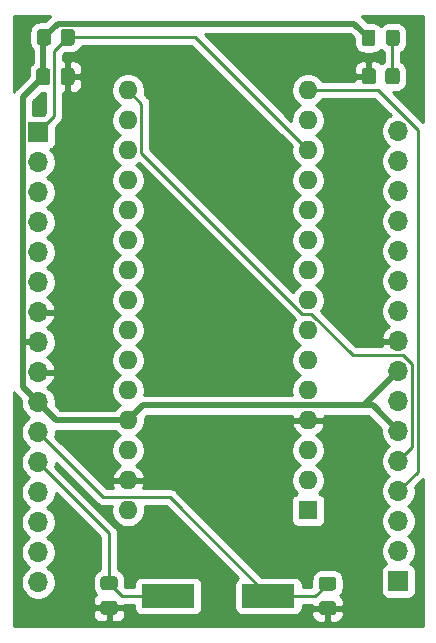
<source format=gbr>
G04 #@! TF.GenerationSoftware,KiCad,Pcbnew,(5.1.9)-1*
G04 #@! TF.CreationDate,2021-03-31T18:40:17+02:00*
G04 #@! TF.ProjectId,Schematic,53636865-6d61-4746-9963-2e6b69636164,rev?*
G04 #@! TF.SameCoordinates,Original*
G04 #@! TF.FileFunction,Copper,L1,Top*
G04 #@! TF.FilePolarity,Positive*
%FSLAX46Y46*%
G04 Gerber Fmt 4.6, Leading zero omitted, Abs format (unit mm)*
G04 Created by KiCad (PCBNEW (5.1.9)-1) date 2021-03-31 18:40:17*
%MOMM*%
%LPD*%
G01*
G04 APERTURE LIST*
G04 #@! TA.AperFunction,ComponentPad*
%ADD10R,1.700000X1.700000*%
G04 #@! TD*
G04 #@! TA.AperFunction,ComponentPad*
%ADD11O,1.700000X1.700000*%
G04 #@! TD*
G04 #@! TA.AperFunction,SMDPad,CuDef*
%ADD12R,4.500000X2.000000*%
G04 #@! TD*
G04 #@! TA.AperFunction,ComponentPad*
%ADD13R,1.600000X1.600000*%
G04 #@! TD*
G04 #@! TA.AperFunction,ComponentPad*
%ADD14O,1.600000X1.600000*%
G04 #@! TD*
G04 #@! TA.AperFunction,ViaPad*
%ADD15C,0.800000*%
G04 #@! TD*
G04 #@! TA.AperFunction,Conductor*
%ADD16C,0.250000*%
G04 #@! TD*
G04 #@! TA.AperFunction,Conductor*
%ADD17C,0.500000*%
G04 #@! TD*
G04 #@! TA.AperFunction,Conductor*
%ADD18C,0.254000*%
G04 #@! TD*
G04 #@! TA.AperFunction,Conductor*
%ADD19C,0.100000*%
G04 #@! TD*
G04 APERTURE END LIST*
D10*
X179250000Y-127500000D03*
D11*
X179250000Y-124960000D03*
X179250000Y-122420000D03*
X179250000Y-119880000D03*
X179250000Y-117340000D03*
X179250000Y-114800000D03*
X179250000Y-112260000D03*
X179250000Y-109720000D03*
X179250000Y-107180000D03*
X179250000Y-104640000D03*
X179250000Y-102100000D03*
X179250000Y-99560000D03*
X179250000Y-97020000D03*
X179250000Y-94480000D03*
X179250000Y-91940000D03*
X179250000Y-89400000D03*
D10*
X148750000Y-89500000D03*
D11*
X148750000Y-92040000D03*
X148750000Y-94580000D03*
X148750000Y-97120000D03*
X148750000Y-99660000D03*
X148750000Y-102200000D03*
X148750000Y-104740000D03*
X148750000Y-107280000D03*
X148750000Y-109820000D03*
X148750000Y-112360000D03*
X148750000Y-114900000D03*
X148750000Y-117440000D03*
X148750000Y-119980000D03*
X148750000Y-122520000D03*
X148750000Y-125060000D03*
X148750000Y-127600000D03*
G04 #@! TA.AperFunction,SMDPad,CuDef*
G36*
G01*
X148587500Y-85255000D02*
X148587500Y-84305000D01*
G75*
G02*
X148837500Y-84055000I250000J0D01*
G01*
X149512500Y-84055000D01*
G75*
G02*
X149762500Y-84305000I0J-250000D01*
G01*
X149762500Y-85255000D01*
G75*
G02*
X149512500Y-85505000I-250000J0D01*
G01*
X148837500Y-85505000D01*
G75*
G02*
X148587500Y-85255000I0J250000D01*
G01*
G37*
G04 #@! TD.AperFunction*
G04 #@! TA.AperFunction,SMDPad,CuDef*
G36*
G01*
X150662500Y-85255000D02*
X150662500Y-84305000D01*
G75*
G02*
X150912500Y-84055000I250000J0D01*
G01*
X151587500Y-84055000D01*
G75*
G02*
X151837500Y-84305000I0J-250000D01*
G01*
X151837500Y-85255000D01*
G75*
G02*
X151587500Y-85505000I-250000J0D01*
G01*
X150912500Y-85505000D01*
G75*
G02*
X150662500Y-85255000I0J250000D01*
G01*
G37*
G04 #@! TD.AperFunction*
D12*
X168250000Y-128750000D03*
X159750000Y-128750000D03*
G04 #@! TA.AperFunction,SMDPad,CuDef*
G36*
G01*
X179350000Y-84299999D02*
X179350000Y-85200001D01*
G75*
G02*
X179100001Y-85450000I-249999J0D01*
G01*
X178399999Y-85450000D01*
G75*
G02*
X178150000Y-85200001I0J249999D01*
G01*
X178150000Y-84299999D01*
G75*
G02*
X178399999Y-84050000I249999J0D01*
G01*
X179100001Y-84050000D01*
G75*
G02*
X179350000Y-84299999I0J-249999D01*
G01*
G37*
G04 #@! TD.AperFunction*
G04 #@! TA.AperFunction,SMDPad,CuDef*
G36*
G01*
X177350000Y-84299999D02*
X177350000Y-85200001D01*
G75*
G02*
X177100001Y-85450000I-249999J0D01*
G01*
X176399999Y-85450000D01*
G75*
G02*
X176150000Y-85200001I0J249999D01*
G01*
X176150000Y-84299999D01*
G75*
G02*
X176399999Y-84050000I249999J0D01*
G01*
X177100001Y-84050000D01*
G75*
G02*
X177350000Y-84299999I0J-249999D01*
G01*
G37*
G04 #@! TD.AperFunction*
G04 #@! TA.AperFunction,SMDPad,CuDef*
G36*
G01*
X148650000Y-81905001D02*
X148650000Y-81004999D01*
G75*
G02*
X148899999Y-80755000I249999J0D01*
G01*
X149600001Y-80755000D01*
G75*
G02*
X149850000Y-81004999I0J-249999D01*
G01*
X149850000Y-81905001D01*
G75*
G02*
X149600001Y-82155000I-249999J0D01*
G01*
X148899999Y-82155000D01*
G75*
G02*
X148650000Y-81905001I0J249999D01*
G01*
G37*
G04 #@! TD.AperFunction*
G04 #@! TA.AperFunction,SMDPad,CuDef*
G36*
G01*
X150650000Y-81905001D02*
X150650000Y-81004999D01*
G75*
G02*
X150899999Y-80755000I249999J0D01*
G01*
X151600001Y-80755000D01*
G75*
G02*
X151850000Y-81004999I0J-249999D01*
G01*
X151850000Y-81905001D01*
G75*
G02*
X151600001Y-82155000I-249999J0D01*
G01*
X150899999Y-82155000D01*
G75*
G02*
X150650000Y-81905001I0J249999D01*
G01*
G37*
G04 #@! TD.AperFunction*
G04 #@! TA.AperFunction,SMDPad,CuDef*
G36*
G01*
X179350000Y-81049999D02*
X179350000Y-81950001D01*
G75*
G02*
X179100001Y-82200000I-249999J0D01*
G01*
X178449999Y-82200000D01*
G75*
G02*
X178200000Y-81950001I0J249999D01*
G01*
X178200000Y-81049999D01*
G75*
G02*
X178449999Y-80800000I249999J0D01*
G01*
X179100001Y-80800000D01*
G75*
G02*
X179350000Y-81049999I0J-249999D01*
G01*
G37*
G04 #@! TD.AperFunction*
G04 #@! TA.AperFunction,SMDPad,CuDef*
G36*
G01*
X177300000Y-81049999D02*
X177300000Y-81950001D01*
G75*
G02*
X177050001Y-82200000I-249999J0D01*
G01*
X176399999Y-82200000D01*
G75*
G02*
X176150000Y-81950001I0J249999D01*
G01*
X176150000Y-81049999D01*
G75*
G02*
X176399999Y-80800000I249999J0D01*
G01*
X177050001Y-80800000D01*
G75*
G02*
X177300000Y-81049999I0J-249999D01*
G01*
G37*
G04 #@! TD.AperFunction*
G04 #@! TA.AperFunction,SMDPad,CuDef*
G36*
G01*
X154275000Y-127087500D02*
X155225000Y-127087500D01*
G75*
G02*
X155475000Y-127337500I0J-250000D01*
G01*
X155475000Y-128012500D01*
G75*
G02*
X155225000Y-128262500I-250000J0D01*
G01*
X154275000Y-128262500D01*
G75*
G02*
X154025000Y-128012500I0J250000D01*
G01*
X154025000Y-127337500D01*
G75*
G02*
X154275000Y-127087500I250000J0D01*
G01*
G37*
G04 #@! TD.AperFunction*
G04 #@! TA.AperFunction,SMDPad,CuDef*
G36*
G01*
X154275000Y-129162500D02*
X155225000Y-129162500D01*
G75*
G02*
X155475000Y-129412500I0J-250000D01*
G01*
X155475000Y-130087500D01*
G75*
G02*
X155225000Y-130337500I-250000J0D01*
G01*
X154275000Y-130337500D01*
G75*
G02*
X154025000Y-130087500I0J250000D01*
G01*
X154025000Y-129412500D01*
G75*
G02*
X154275000Y-129162500I250000J0D01*
G01*
G37*
G04 #@! TD.AperFunction*
G04 #@! TA.AperFunction,SMDPad,CuDef*
G36*
G01*
X172775000Y-127125000D02*
X173725000Y-127125000D01*
G75*
G02*
X173975000Y-127375000I0J-250000D01*
G01*
X173975000Y-128050000D01*
G75*
G02*
X173725000Y-128300000I-250000J0D01*
G01*
X172775000Y-128300000D01*
G75*
G02*
X172525000Y-128050000I0J250000D01*
G01*
X172525000Y-127375000D01*
G75*
G02*
X172775000Y-127125000I250000J0D01*
G01*
G37*
G04 #@! TD.AperFunction*
G04 #@! TA.AperFunction,SMDPad,CuDef*
G36*
G01*
X172775000Y-129200000D02*
X173725000Y-129200000D01*
G75*
G02*
X173975000Y-129450000I0J-250000D01*
G01*
X173975000Y-130125000D01*
G75*
G02*
X173725000Y-130375000I-250000J0D01*
G01*
X172775000Y-130375000D01*
G75*
G02*
X172525000Y-130125000I0J250000D01*
G01*
X172525000Y-129450000D01*
G75*
G02*
X172775000Y-129200000I250000J0D01*
G01*
G37*
G04 #@! TD.AperFunction*
D13*
X171610000Y-121500000D03*
D14*
X156370000Y-88480000D03*
X171610000Y-118960000D03*
X156370000Y-91020000D03*
X171610000Y-116420000D03*
X156370000Y-93560000D03*
X171610000Y-113880000D03*
X156370000Y-96100000D03*
X171610000Y-111340000D03*
X156370000Y-98640000D03*
X171610000Y-108800000D03*
X156370000Y-101180000D03*
X171610000Y-106260000D03*
X156370000Y-103720000D03*
X171610000Y-103720000D03*
X156370000Y-106260000D03*
X171610000Y-101180000D03*
X156370000Y-108800000D03*
X171610000Y-98640000D03*
X156370000Y-111340000D03*
X171610000Y-96100000D03*
X156370000Y-113880000D03*
X171610000Y-93560000D03*
X156370000Y-116420000D03*
X171610000Y-91020000D03*
X156370000Y-118960000D03*
X171610000Y-88480000D03*
X156370000Y-121500000D03*
X171610000Y-85940000D03*
X156370000Y-85940000D03*
D15*
X174500000Y-83000000D03*
X147500000Y-83000000D03*
X149000000Y-87000000D03*
X180500000Y-83000000D03*
X175000000Y-87000000D03*
X159500000Y-95500000D03*
X159500000Y-109000000D03*
X168500000Y-95500000D03*
X168500000Y-109000000D03*
D16*
X157495001Y-87065001D02*
X156370000Y-85940000D01*
X171860003Y-104845001D02*
X171069999Y-104845001D01*
X171069999Y-104845001D02*
X157495001Y-91270003D01*
X175370003Y-108355001D02*
X171860003Y-104845001D01*
X157495001Y-91270003D02*
X157495001Y-87065001D01*
X179624003Y-108355001D02*
X175370003Y-108355001D01*
X180425001Y-109155999D02*
X179624003Y-108355001D01*
X180425001Y-116164999D02*
X180425001Y-109155999D01*
X179250000Y-117340000D02*
X180425001Y-116164999D01*
X177529002Y-85940000D02*
X171610000Y-85940000D01*
X180875011Y-89286009D02*
X177529002Y-85940000D01*
X180875011Y-118254989D02*
X180875011Y-89286009D01*
X179250000Y-119880000D02*
X180875011Y-118254989D01*
X162045000Y-81455000D02*
X171610000Y-91020000D01*
X151250000Y-81455000D02*
X162045000Y-81455000D01*
X150087510Y-88162490D02*
X150087510Y-82617490D01*
X150087510Y-82617490D02*
X151250000Y-81455000D01*
X148750000Y-89500000D02*
X150087510Y-88162490D01*
D17*
X150400010Y-80304990D02*
X149250000Y-81455000D01*
X175529990Y-80304990D02*
X150400010Y-80304990D01*
X176725000Y-81500000D02*
X175529990Y-80304990D01*
X149175000Y-81530000D02*
X149250000Y-81455000D01*
X149175000Y-84780000D02*
X149175000Y-81530000D01*
X147449999Y-111059999D02*
X148750000Y-112360000D01*
X149175000Y-84780000D02*
X147449999Y-86505001D01*
X148750000Y-107280000D02*
X147619998Y-107280000D01*
X147449999Y-107449999D02*
X147449999Y-111059999D01*
X147619998Y-107280000D02*
X147449999Y-107449999D01*
X147449999Y-86505001D02*
X147449999Y-107449999D01*
X150270000Y-113880000D02*
X148750000Y-112360000D01*
X156370000Y-113880000D02*
X150270000Y-113880000D01*
X176340001Y-112629999D02*
X179250000Y-109720000D01*
X157620001Y-112629999D02*
X176340001Y-112629999D01*
X156370000Y-113880000D02*
X157620001Y-112629999D01*
X177079999Y-112629999D02*
X176340001Y-112629999D01*
X179250000Y-114800000D02*
X177079999Y-112629999D01*
D16*
X172212500Y-128750000D02*
X173250000Y-127712500D01*
X168250000Y-128750000D02*
X172212500Y-128750000D01*
X154224999Y-120374999D02*
X148750000Y-114900000D01*
X159874999Y-120374999D02*
X154224999Y-120374999D01*
X168250000Y-128750000D02*
X159874999Y-120374999D01*
X155825000Y-128750000D02*
X154750000Y-127675000D01*
X159750000Y-128750000D02*
X155825000Y-128750000D01*
X154750000Y-123440000D02*
X148750000Y-117440000D01*
X154750000Y-127675000D02*
X154750000Y-123440000D01*
X178750000Y-81525000D02*
X178775000Y-81500000D01*
X178750000Y-84750000D02*
X178750000Y-81525000D01*
D18*
X146710589Y-111554058D02*
X146793467Y-111655045D01*
X146793470Y-111655048D01*
X146821183Y-111688816D01*
X146854950Y-111716528D01*
X147279461Y-112141039D01*
X147265000Y-112213740D01*
X147265000Y-112506260D01*
X147322068Y-112793158D01*
X147434010Y-113063411D01*
X147596525Y-113306632D01*
X147803368Y-113513475D01*
X147977760Y-113630000D01*
X147803368Y-113746525D01*
X147596525Y-113953368D01*
X147434010Y-114196589D01*
X147322068Y-114466842D01*
X147265000Y-114753740D01*
X147265000Y-115046260D01*
X147322068Y-115333158D01*
X147434010Y-115603411D01*
X147596525Y-115846632D01*
X147803368Y-116053475D01*
X147977760Y-116170000D01*
X147803368Y-116286525D01*
X147596525Y-116493368D01*
X147434010Y-116736589D01*
X147322068Y-117006842D01*
X147265000Y-117293740D01*
X147265000Y-117586260D01*
X147322068Y-117873158D01*
X147434010Y-118143411D01*
X147596525Y-118386632D01*
X147803368Y-118593475D01*
X147977760Y-118710000D01*
X147803368Y-118826525D01*
X147596525Y-119033368D01*
X147434010Y-119276589D01*
X147322068Y-119546842D01*
X147265000Y-119833740D01*
X147265000Y-120126260D01*
X147322068Y-120413158D01*
X147434010Y-120683411D01*
X147596525Y-120926632D01*
X147803368Y-121133475D01*
X147977760Y-121250000D01*
X147803368Y-121366525D01*
X147596525Y-121573368D01*
X147434010Y-121816589D01*
X147322068Y-122086842D01*
X147265000Y-122373740D01*
X147265000Y-122666260D01*
X147322068Y-122953158D01*
X147434010Y-123223411D01*
X147596525Y-123466632D01*
X147803368Y-123673475D01*
X147977760Y-123790000D01*
X147803368Y-123906525D01*
X147596525Y-124113368D01*
X147434010Y-124356589D01*
X147322068Y-124626842D01*
X147265000Y-124913740D01*
X147265000Y-125206260D01*
X147322068Y-125493158D01*
X147434010Y-125763411D01*
X147596525Y-126006632D01*
X147803368Y-126213475D01*
X147977760Y-126330000D01*
X147803368Y-126446525D01*
X147596525Y-126653368D01*
X147434010Y-126896589D01*
X147322068Y-127166842D01*
X147265000Y-127453740D01*
X147265000Y-127746260D01*
X147322068Y-128033158D01*
X147434010Y-128303411D01*
X147596525Y-128546632D01*
X147803368Y-128753475D01*
X148046589Y-128915990D01*
X148316842Y-129027932D01*
X148603740Y-129085000D01*
X148896260Y-129085000D01*
X149183158Y-129027932D01*
X149453411Y-128915990D01*
X149696632Y-128753475D01*
X149903475Y-128546632D01*
X150065990Y-128303411D01*
X150177932Y-128033158D01*
X150235000Y-127746260D01*
X150235000Y-127453740D01*
X150177932Y-127166842D01*
X150065990Y-126896589D01*
X149903475Y-126653368D01*
X149696632Y-126446525D01*
X149522240Y-126330000D01*
X149696632Y-126213475D01*
X149903475Y-126006632D01*
X150065990Y-125763411D01*
X150177932Y-125493158D01*
X150235000Y-125206260D01*
X150235000Y-124913740D01*
X150177932Y-124626842D01*
X150065990Y-124356589D01*
X149903475Y-124113368D01*
X149696632Y-123906525D01*
X149522240Y-123790000D01*
X149696632Y-123673475D01*
X149903475Y-123466632D01*
X150065990Y-123223411D01*
X150177932Y-122953158D01*
X150235000Y-122666260D01*
X150235000Y-122373740D01*
X150177932Y-122086842D01*
X150065990Y-121816589D01*
X149903475Y-121573368D01*
X149696632Y-121366525D01*
X149522240Y-121250000D01*
X149696632Y-121133475D01*
X149903475Y-120926632D01*
X150065990Y-120683411D01*
X150177932Y-120413158D01*
X150235000Y-120126260D01*
X150235000Y-119999802D01*
X153990001Y-123754804D01*
X153990000Y-126500389D01*
X153935150Y-126517028D01*
X153781614Y-126599095D01*
X153647038Y-126709538D01*
X153536595Y-126844114D01*
X153454528Y-126997650D01*
X153403992Y-127164246D01*
X153386928Y-127337500D01*
X153386928Y-128012500D01*
X153403992Y-128185754D01*
X153454528Y-128352350D01*
X153536595Y-128505886D01*
X153647038Y-128640462D01*
X153653594Y-128645842D01*
X153573815Y-128711315D01*
X153494463Y-128808006D01*
X153435498Y-128918320D01*
X153399188Y-129038018D01*
X153386928Y-129162500D01*
X153390000Y-129464250D01*
X153548750Y-129623000D01*
X154623000Y-129623000D01*
X154623000Y-129603000D01*
X154877000Y-129603000D01*
X154877000Y-129623000D01*
X155951250Y-129623000D01*
X156064250Y-129510000D01*
X156861928Y-129510000D01*
X156861928Y-129750000D01*
X156874188Y-129874482D01*
X156910498Y-129994180D01*
X156969463Y-130104494D01*
X157048815Y-130201185D01*
X157145506Y-130280537D01*
X157255820Y-130339502D01*
X157375518Y-130375812D01*
X157500000Y-130388072D01*
X162000000Y-130388072D01*
X162124482Y-130375812D01*
X162244180Y-130339502D01*
X162354494Y-130280537D01*
X162451185Y-130201185D01*
X162530537Y-130104494D01*
X162589502Y-129994180D01*
X162625812Y-129874482D01*
X162638072Y-129750000D01*
X162638072Y-127750000D01*
X162625812Y-127625518D01*
X162589502Y-127505820D01*
X162530537Y-127395506D01*
X162451185Y-127298815D01*
X162354494Y-127219463D01*
X162244180Y-127160498D01*
X162124482Y-127124188D01*
X162000000Y-127111928D01*
X157500000Y-127111928D01*
X157375518Y-127124188D01*
X157255820Y-127160498D01*
X157145506Y-127219463D01*
X157048815Y-127298815D01*
X156969463Y-127395506D01*
X156910498Y-127505820D01*
X156874188Y-127625518D01*
X156861928Y-127750000D01*
X156861928Y-127990000D01*
X156139802Y-127990000D01*
X156113072Y-127963270D01*
X156113072Y-127337500D01*
X156096008Y-127164246D01*
X156045472Y-126997650D01*
X155963405Y-126844114D01*
X155852962Y-126709538D01*
X155718386Y-126599095D01*
X155564850Y-126517028D01*
X155510000Y-126500390D01*
X155510000Y-123477322D01*
X155513676Y-123439999D01*
X155510000Y-123402676D01*
X155510000Y-123402667D01*
X155499003Y-123291014D01*
X155455546Y-123147753D01*
X155384974Y-123015724D01*
X155371811Y-122999685D01*
X155313799Y-122928996D01*
X155313795Y-122928992D01*
X155290001Y-122899999D01*
X155261008Y-122876205D01*
X150191209Y-117806408D01*
X150235000Y-117586260D01*
X150235000Y-117459801D01*
X153661199Y-120886001D01*
X153684998Y-120915000D01*
X153800723Y-121009973D01*
X153932752Y-121080545D01*
X154076013Y-121124002D01*
X154187666Y-121134999D01*
X154187676Y-121134999D01*
X154224999Y-121138675D01*
X154262322Y-121134999D01*
X154979491Y-121134999D01*
X154935000Y-121358665D01*
X154935000Y-121641335D01*
X154990147Y-121918574D01*
X155098320Y-122179727D01*
X155255363Y-122414759D01*
X155455241Y-122614637D01*
X155690273Y-122771680D01*
X155951426Y-122879853D01*
X156228665Y-122935000D01*
X156511335Y-122935000D01*
X156788574Y-122879853D01*
X157049727Y-122771680D01*
X157284759Y-122614637D01*
X157484637Y-122414759D01*
X157641680Y-122179727D01*
X157749853Y-121918574D01*
X157805000Y-121641335D01*
X157805000Y-121358665D01*
X157760509Y-121134999D01*
X159560198Y-121134999D01*
X165645042Y-127219844D01*
X165548815Y-127298815D01*
X165469463Y-127395506D01*
X165410498Y-127505820D01*
X165374188Y-127625518D01*
X165361928Y-127750000D01*
X165361928Y-129750000D01*
X165374188Y-129874482D01*
X165410498Y-129994180D01*
X165469463Y-130104494D01*
X165548815Y-130201185D01*
X165645506Y-130280537D01*
X165755820Y-130339502D01*
X165875518Y-130375812D01*
X166000000Y-130388072D01*
X170500000Y-130388072D01*
X170624482Y-130375812D01*
X170627158Y-130375000D01*
X171886928Y-130375000D01*
X171899188Y-130499482D01*
X171935498Y-130619180D01*
X171994463Y-130729494D01*
X172073815Y-130826185D01*
X172170506Y-130905537D01*
X172280820Y-130964502D01*
X172400518Y-131000812D01*
X172525000Y-131013072D01*
X172964250Y-131010000D01*
X173123000Y-130851250D01*
X173123000Y-129914500D01*
X173377000Y-129914500D01*
X173377000Y-130851250D01*
X173535750Y-131010000D01*
X173975000Y-131013072D01*
X174099482Y-131000812D01*
X174219180Y-130964502D01*
X174329494Y-130905537D01*
X174426185Y-130826185D01*
X174505537Y-130729494D01*
X174564502Y-130619180D01*
X174600812Y-130499482D01*
X174613072Y-130375000D01*
X174610000Y-130073250D01*
X174451250Y-129914500D01*
X173377000Y-129914500D01*
X173123000Y-129914500D01*
X172048750Y-129914500D01*
X171890000Y-130073250D01*
X171886928Y-130375000D01*
X170627158Y-130375000D01*
X170744180Y-130339502D01*
X170854494Y-130280537D01*
X170951185Y-130201185D01*
X171030537Y-130104494D01*
X171089502Y-129994180D01*
X171125812Y-129874482D01*
X171138072Y-129750000D01*
X171138072Y-129510000D01*
X171898250Y-129510000D01*
X172048750Y-129660500D01*
X173123000Y-129660500D01*
X173123000Y-129640500D01*
X173377000Y-129640500D01*
X173377000Y-129660500D01*
X174451250Y-129660500D01*
X174610000Y-129501750D01*
X174613072Y-129200000D01*
X174600812Y-129075518D01*
X174564502Y-128955820D01*
X174505537Y-128845506D01*
X174426185Y-128748815D01*
X174346406Y-128683342D01*
X174352962Y-128677962D01*
X174463405Y-128543386D01*
X174545472Y-128389850D01*
X174596008Y-128223254D01*
X174613072Y-128050000D01*
X174613072Y-127375000D01*
X174596008Y-127201746D01*
X174545472Y-127035150D01*
X174463405Y-126881614D01*
X174352962Y-126747038D01*
X174218386Y-126636595D01*
X174064850Y-126554528D01*
X173898254Y-126503992D01*
X173725000Y-126486928D01*
X172775000Y-126486928D01*
X172601746Y-126503992D01*
X172435150Y-126554528D01*
X172281614Y-126636595D01*
X172147038Y-126747038D01*
X172036595Y-126881614D01*
X171954528Y-127035150D01*
X171903992Y-127201746D01*
X171886928Y-127375000D01*
X171886928Y-127990000D01*
X171138072Y-127990000D01*
X171138072Y-127750000D01*
X171125812Y-127625518D01*
X171089502Y-127505820D01*
X171030537Y-127395506D01*
X170951185Y-127298815D01*
X170854494Y-127219463D01*
X170744180Y-127160498D01*
X170624482Y-127124188D01*
X170500000Y-127111928D01*
X167686730Y-127111928D01*
X161274802Y-120700000D01*
X170171928Y-120700000D01*
X170171928Y-122300000D01*
X170184188Y-122424482D01*
X170220498Y-122544180D01*
X170279463Y-122654494D01*
X170358815Y-122751185D01*
X170455506Y-122830537D01*
X170565820Y-122889502D01*
X170685518Y-122925812D01*
X170810000Y-122938072D01*
X172410000Y-122938072D01*
X172534482Y-122925812D01*
X172654180Y-122889502D01*
X172764494Y-122830537D01*
X172861185Y-122751185D01*
X172940537Y-122654494D01*
X172999502Y-122544180D01*
X173035812Y-122424482D01*
X173048072Y-122300000D01*
X173048072Y-120700000D01*
X173035812Y-120575518D01*
X172999502Y-120455820D01*
X172940537Y-120345506D01*
X172861185Y-120248815D01*
X172764494Y-120169463D01*
X172654180Y-120110498D01*
X172534482Y-120074188D01*
X172526039Y-120073357D01*
X172724637Y-119874759D01*
X172881680Y-119639727D01*
X172989853Y-119378574D01*
X173045000Y-119101335D01*
X173045000Y-118818665D01*
X172989853Y-118541426D01*
X172881680Y-118280273D01*
X172724637Y-118045241D01*
X172524759Y-117845363D01*
X172292241Y-117690000D01*
X172524759Y-117534637D01*
X172724637Y-117334759D01*
X172881680Y-117099727D01*
X172989853Y-116838574D01*
X173045000Y-116561335D01*
X173045000Y-116278665D01*
X172989853Y-116001426D01*
X172881680Y-115740273D01*
X172724637Y-115505241D01*
X172524759Y-115305363D01*
X172289727Y-115148320D01*
X172279135Y-115143933D01*
X172465131Y-115032385D01*
X172673519Y-114843414D01*
X172841037Y-114617420D01*
X172961246Y-114363087D01*
X173001904Y-114229039D01*
X172879915Y-114007000D01*
X171737000Y-114007000D01*
X171737000Y-114027000D01*
X171483000Y-114027000D01*
X171483000Y-114007000D01*
X170340085Y-114007000D01*
X170218096Y-114229039D01*
X170258754Y-114363087D01*
X170378963Y-114617420D01*
X170546481Y-114843414D01*
X170754869Y-115032385D01*
X170940865Y-115143933D01*
X170930273Y-115148320D01*
X170695241Y-115305363D01*
X170495363Y-115505241D01*
X170338320Y-115740273D01*
X170230147Y-116001426D01*
X170175000Y-116278665D01*
X170175000Y-116561335D01*
X170230147Y-116838574D01*
X170338320Y-117099727D01*
X170495363Y-117334759D01*
X170695241Y-117534637D01*
X170927759Y-117690000D01*
X170695241Y-117845363D01*
X170495363Y-118045241D01*
X170338320Y-118280273D01*
X170230147Y-118541426D01*
X170175000Y-118818665D01*
X170175000Y-119101335D01*
X170230147Y-119378574D01*
X170338320Y-119639727D01*
X170495363Y-119874759D01*
X170693961Y-120073357D01*
X170685518Y-120074188D01*
X170565820Y-120110498D01*
X170455506Y-120169463D01*
X170358815Y-120248815D01*
X170279463Y-120345506D01*
X170220498Y-120455820D01*
X170184188Y-120575518D01*
X170171928Y-120700000D01*
X161274802Y-120700000D01*
X160438803Y-119864002D01*
X160415000Y-119834998D01*
X160299275Y-119740025D01*
X160167246Y-119669453D01*
X160023985Y-119625996D01*
X159912332Y-119614999D01*
X159912321Y-119614999D01*
X159874999Y-119611323D01*
X159837677Y-119614999D01*
X157639993Y-119614999D01*
X157721246Y-119443087D01*
X157761904Y-119309039D01*
X157639915Y-119087000D01*
X156497000Y-119087000D01*
X156497000Y-119107000D01*
X156243000Y-119107000D01*
X156243000Y-119087000D01*
X155100085Y-119087000D01*
X154978096Y-119309039D01*
X155018754Y-119443087D01*
X155100007Y-119614999D01*
X154539801Y-119614999D01*
X150191209Y-115266408D01*
X150235000Y-115046260D01*
X150235000Y-114765834D01*
X150270000Y-114769281D01*
X150313469Y-114765000D01*
X155235479Y-114765000D01*
X155255363Y-114794759D01*
X155455241Y-114994637D01*
X155687759Y-115150000D01*
X155455241Y-115305363D01*
X155255363Y-115505241D01*
X155098320Y-115740273D01*
X154990147Y-116001426D01*
X154935000Y-116278665D01*
X154935000Y-116561335D01*
X154990147Y-116838574D01*
X155098320Y-117099727D01*
X155255363Y-117334759D01*
X155455241Y-117534637D01*
X155690273Y-117691680D01*
X155700865Y-117696067D01*
X155514869Y-117807615D01*
X155306481Y-117996586D01*
X155138963Y-118222580D01*
X155018754Y-118476913D01*
X154978096Y-118610961D01*
X155100085Y-118833000D01*
X156243000Y-118833000D01*
X156243000Y-118813000D01*
X156497000Y-118813000D01*
X156497000Y-118833000D01*
X157639915Y-118833000D01*
X157761904Y-118610961D01*
X157721246Y-118476913D01*
X157601037Y-118222580D01*
X157433519Y-117996586D01*
X157225131Y-117807615D01*
X157039135Y-117696067D01*
X157049727Y-117691680D01*
X157284759Y-117534637D01*
X157484637Y-117334759D01*
X157641680Y-117099727D01*
X157749853Y-116838574D01*
X157805000Y-116561335D01*
X157805000Y-116278665D01*
X157749853Y-116001426D01*
X157641680Y-115740273D01*
X157484637Y-115505241D01*
X157284759Y-115305363D01*
X157052241Y-115150000D01*
X157284759Y-114994637D01*
X157484637Y-114794759D01*
X157641680Y-114559727D01*
X157749853Y-114298574D01*
X157805000Y-114021335D01*
X157805000Y-113738665D01*
X157798017Y-113703561D01*
X157986580Y-113514999D01*
X170222937Y-113514999D01*
X170218096Y-113530961D01*
X170340085Y-113753000D01*
X171483000Y-113753000D01*
X171483000Y-113733000D01*
X171737000Y-113733000D01*
X171737000Y-113753000D01*
X172879915Y-113753000D01*
X173001904Y-113530961D01*
X172997063Y-113514999D01*
X176296532Y-113514999D01*
X176340001Y-113519280D01*
X176383470Y-113514999D01*
X176713421Y-113514999D01*
X177779461Y-114581040D01*
X177765000Y-114653740D01*
X177765000Y-114946260D01*
X177822068Y-115233158D01*
X177934010Y-115503411D01*
X178096525Y-115746632D01*
X178303368Y-115953475D01*
X178477760Y-116070000D01*
X178303368Y-116186525D01*
X178096525Y-116393368D01*
X177934010Y-116636589D01*
X177822068Y-116906842D01*
X177765000Y-117193740D01*
X177765000Y-117486260D01*
X177822068Y-117773158D01*
X177934010Y-118043411D01*
X178096525Y-118286632D01*
X178303368Y-118493475D01*
X178477760Y-118610000D01*
X178303368Y-118726525D01*
X178096525Y-118933368D01*
X177934010Y-119176589D01*
X177822068Y-119446842D01*
X177765000Y-119733740D01*
X177765000Y-120026260D01*
X177822068Y-120313158D01*
X177934010Y-120583411D01*
X178096525Y-120826632D01*
X178303368Y-121033475D01*
X178477760Y-121150000D01*
X178303368Y-121266525D01*
X178096525Y-121473368D01*
X177934010Y-121716589D01*
X177822068Y-121986842D01*
X177765000Y-122273740D01*
X177765000Y-122566260D01*
X177822068Y-122853158D01*
X177934010Y-123123411D01*
X178096525Y-123366632D01*
X178303368Y-123573475D01*
X178477760Y-123690000D01*
X178303368Y-123806525D01*
X178096525Y-124013368D01*
X177934010Y-124256589D01*
X177822068Y-124526842D01*
X177765000Y-124813740D01*
X177765000Y-125106260D01*
X177822068Y-125393158D01*
X177934010Y-125663411D01*
X178096525Y-125906632D01*
X178228380Y-126038487D01*
X178155820Y-126060498D01*
X178045506Y-126119463D01*
X177948815Y-126198815D01*
X177869463Y-126295506D01*
X177810498Y-126405820D01*
X177774188Y-126525518D01*
X177761928Y-126650000D01*
X177761928Y-128350000D01*
X177774188Y-128474482D01*
X177810498Y-128594180D01*
X177869463Y-128704494D01*
X177948815Y-128801185D01*
X178045506Y-128880537D01*
X178155820Y-128939502D01*
X178275518Y-128975812D01*
X178400000Y-128988072D01*
X180100000Y-128988072D01*
X180224482Y-128975812D01*
X180344180Y-128939502D01*
X180454494Y-128880537D01*
X180551185Y-128801185D01*
X180630537Y-128704494D01*
X180689502Y-128594180D01*
X180725812Y-128474482D01*
X180738072Y-128350000D01*
X180738072Y-126650000D01*
X180725812Y-126525518D01*
X180689502Y-126405820D01*
X180630537Y-126295506D01*
X180551185Y-126198815D01*
X180454494Y-126119463D01*
X180344180Y-126060498D01*
X180271620Y-126038487D01*
X180403475Y-125906632D01*
X180565990Y-125663411D01*
X180677932Y-125393158D01*
X180735000Y-125106260D01*
X180735000Y-124813740D01*
X180677932Y-124526842D01*
X180565990Y-124256589D01*
X180403475Y-124013368D01*
X180196632Y-123806525D01*
X180022240Y-123690000D01*
X180196632Y-123573475D01*
X180403475Y-123366632D01*
X180565990Y-123123411D01*
X180677932Y-122853158D01*
X180735000Y-122566260D01*
X180735000Y-122273740D01*
X180677932Y-121986842D01*
X180565990Y-121716589D01*
X180403475Y-121473368D01*
X180196632Y-121266525D01*
X180022240Y-121150000D01*
X180196632Y-121033475D01*
X180403475Y-120826632D01*
X180565990Y-120583411D01*
X180677932Y-120313158D01*
X180735000Y-120026260D01*
X180735000Y-119733740D01*
X180691210Y-119513592D01*
X181315001Y-118889801D01*
X181315001Y-131315000D01*
X146685000Y-131315000D01*
X146685000Y-130337500D01*
X153386928Y-130337500D01*
X153399188Y-130461982D01*
X153435498Y-130581680D01*
X153494463Y-130691994D01*
X153573815Y-130788685D01*
X153670506Y-130868037D01*
X153780820Y-130927002D01*
X153900518Y-130963312D01*
X154025000Y-130975572D01*
X154464250Y-130972500D01*
X154623000Y-130813750D01*
X154623000Y-129877000D01*
X154877000Y-129877000D01*
X154877000Y-130813750D01*
X155035750Y-130972500D01*
X155475000Y-130975572D01*
X155599482Y-130963312D01*
X155719180Y-130927002D01*
X155829494Y-130868037D01*
X155926185Y-130788685D01*
X156005537Y-130691994D01*
X156064502Y-130581680D01*
X156100812Y-130461982D01*
X156113072Y-130337500D01*
X156110000Y-130035750D01*
X155951250Y-129877000D01*
X154877000Y-129877000D01*
X154623000Y-129877000D01*
X153548750Y-129877000D01*
X153390000Y-130035750D01*
X153386928Y-130337500D01*
X146685000Y-130337500D01*
X146685000Y-111506184D01*
X146710589Y-111554058D01*
G04 #@! TA.AperFunction,Conductor*
D19*
G36*
X146710589Y-111554058D02*
G01*
X146793467Y-111655045D01*
X146793470Y-111655048D01*
X146821183Y-111688816D01*
X146854950Y-111716528D01*
X147279461Y-112141039D01*
X147265000Y-112213740D01*
X147265000Y-112506260D01*
X147322068Y-112793158D01*
X147434010Y-113063411D01*
X147596525Y-113306632D01*
X147803368Y-113513475D01*
X147977760Y-113630000D01*
X147803368Y-113746525D01*
X147596525Y-113953368D01*
X147434010Y-114196589D01*
X147322068Y-114466842D01*
X147265000Y-114753740D01*
X147265000Y-115046260D01*
X147322068Y-115333158D01*
X147434010Y-115603411D01*
X147596525Y-115846632D01*
X147803368Y-116053475D01*
X147977760Y-116170000D01*
X147803368Y-116286525D01*
X147596525Y-116493368D01*
X147434010Y-116736589D01*
X147322068Y-117006842D01*
X147265000Y-117293740D01*
X147265000Y-117586260D01*
X147322068Y-117873158D01*
X147434010Y-118143411D01*
X147596525Y-118386632D01*
X147803368Y-118593475D01*
X147977760Y-118710000D01*
X147803368Y-118826525D01*
X147596525Y-119033368D01*
X147434010Y-119276589D01*
X147322068Y-119546842D01*
X147265000Y-119833740D01*
X147265000Y-120126260D01*
X147322068Y-120413158D01*
X147434010Y-120683411D01*
X147596525Y-120926632D01*
X147803368Y-121133475D01*
X147977760Y-121250000D01*
X147803368Y-121366525D01*
X147596525Y-121573368D01*
X147434010Y-121816589D01*
X147322068Y-122086842D01*
X147265000Y-122373740D01*
X147265000Y-122666260D01*
X147322068Y-122953158D01*
X147434010Y-123223411D01*
X147596525Y-123466632D01*
X147803368Y-123673475D01*
X147977760Y-123790000D01*
X147803368Y-123906525D01*
X147596525Y-124113368D01*
X147434010Y-124356589D01*
X147322068Y-124626842D01*
X147265000Y-124913740D01*
X147265000Y-125206260D01*
X147322068Y-125493158D01*
X147434010Y-125763411D01*
X147596525Y-126006632D01*
X147803368Y-126213475D01*
X147977760Y-126330000D01*
X147803368Y-126446525D01*
X147596525Y-126653368D01*
X147434010Y-126896589D01*
X147322068Y-127166842D01*
X147265000Y-127453740D01*
X147265000Y-127746260D01*
X147322068Y-128033158D01*
X147434010Y-128303411D01*
X147596525Y-128546632D01*
X147803368Y-128753475D01*
X148046589Y-128915990D01*
X148316842Y-129027932D01*
X148603740Y-129085000D01*
X148896260Y-129085000D01*
X149183158Y-129027932D01*
X149453411Y-128915990D01*
X149696632Y-128753475D01*
X149903475Y-128546632D01*
X150065990Y-128303411D01*
X150177932Y-128033158D01*
X150235000Y-127746260D01*
X150235000Y-127453740D01*
X150177932Y-127166842D01*
X150065990Y-126896589D01*
X149903475Y-126653368D01*
X149696632Y-126446525D01*
X149522240Y-126330000D01*
X149696632Y-126213475D01*
X149903475Y-126006632D01*
X150065990Y-125763411D01*
X150177932Y-125493158D01*
X150235000Y-125206260D01*
X150235000Y-124913740D01*
X150177932Y-124626842D01*
X150065990Y-124356589D01*
X149903475Y-124113368D01*
X149696632Y-123906525D01*
X149522240Y-123790000D01*
X149696632Y-123673475D01*
X149903475Y-123466632D01*
X150065990Y-123223411D01*
X150177932Y-122953158D01*
X150235000Y-122666260D01*
X150235000Y-122373740D01*
X150177932Y-122086842D01*
X150065990Y-121816589D01*
X149903475Y-121573368D01*
X149696632Y-121366525D01*
X149522240Y-121250000D01*
X149696632Y-121133475D01*
X149903475Y-120926632D01*
X150065990Y-120683411D01*
X150177932Y-120413158D01*
X150235000Y-120126260D01*
X150235000Y-119999802D01*
X153990001Y-123754804D01*
X153990000Y-126500389D01*
X153935150Y-126517028D01*
X153781614Y-126599095D01*
X153647038Y-126709538D01*
X153536595Y-126844114D01*
X153454528Y-126997650D01*
X153403992Y-127164246D01*
X153386928Y-127337500D01*
X153386928Y-128012500D01*
X153403992Y-128185754D01*
X153454528Y-128352350D01*
X153536595Y-128505886D01*
X153647038Y-128640462D01*
X153653594Y-128645842D01*
X153573815Y-128711315D01*
X153494463Y-128808006D01*
X153435498Y-128918320D01*
X153399188Y-129038018D01*
X153386928Y-129162500D01*
X153390000Y-129464250D01*
X153548750Y-129623000D01*
X154623000Y-129623000D01*
X154623000Y-129603000D01*
X154877000Y-129603000D01*
X154877000Y-129623000D01*
X155951250Y-129623000D01*
X156064250Y-129510000D01*
X156861928Y-129510000D01*
X156861928Y-129750000D01*
X156874188Y-129874482D01*
X156910498Y-129994180D01*
X156969463Y-130104494D01*
X157048815Y-130201185D01*
X157145506Y-130280537D01*
X157255820Y-130339502D01*
X157375518Y-130375812D01*
X157500000Y-130388072D01*
X162000000Y-130388072D01*
X162124482Y-130375812D01*
X162244180Y-130339502D01*
X162354494Y-130280537D01*
X162451185Y-130201185D01*
X162530537Y-130104494D01*
X162589502Y-129994180D01*
X162625812Y-129874482D01*
X162638072Y-129750000D01*
X162638072Y-127750000D01*
X162625812Y-127625518D01*
X162589502Y-127505820D01*
X162530537Y-127395506D01*
X162451185Y-127298815D01*
X162354494Y-127219463D01*
X162244180Y-127160498D01*
X162124482Y-127124188D01*
X162000000Y-127111928D01*
X157500000Y-127111928D01*
X157375518Y-127124188D01*
X157255820Y-127160498D01*
X157145506Y-127219463D01*
X157048815Y-127298815D01*
X156969463Y-127395506D01*
X156910498Y-127505820D01*
X156874188Y-127625518D01*
X156861928Y-127750000D01*
X156861928Y-127990000D01*
X156139802Y-127990000D01*
X156113072Y-127963270D01*
X156113072Y-127337500D01*
X156096008Y-127164246D01*
X156045472Y-126997650D01*
X155963405Y-126844114D01*
X155852962Y-126709538D01*
X155718386Y-126599095D01*
X155564850Y-126517028D01*
X155510000Y-126500390D01*
X155510000Y-123477322D01*
X155513676Y-123439999D01*
X155510000Y-123402676D01*
X155510000Y-123402667D01*
X155499003Y-123291014D01*
X155455546Y-123147753D01*
X155384974Y-123015724D01*
X155371811Y-122999685D01*
X155313799Y-122928996D01*
X155313795Y-122928992D01*
X155290001Y-122899999D01*
X155261008Y-122876205D01*
X150191209Y-117806408D01*
X150235000Y-117586260D01*
X150235000Y-117459801D01*
X153661199Y-120886001D01*
X153684998Y-120915000D01*
X153800723Y-121009973D01*
X153932752Y-121080545D01*
X154076013Y-121124002D01*
X154187666Y-121134999D01*
X154187676Y-121134999D01*
X154224999Y-121138675D01*
X154262322Y-121134999D01*
X154979491Y-121134999D01*
X154935000Y-121358665D01*
X154935000Y-121641335D01*
X154990147Y-121918574D01*
X155098320Y-122179727D01*
X155255363Y-122414759D01*
X155455241Y-122614637D01*
X155690273Y-122771680D01*
X155951426Y-122879853D01*
X156228665Y-122935000D01*
X156511335Y-122935000D01*
X156788574Y-122879853D01*
X157049727Y-122771680D01*
X157284759Y-122614637D01*
X157484637Y-122414759D01*
X157641680Y-122179727D01*
X157749853Y-121918574D01*
X157805000Y-121641335D01*
X157805000Y-121358665D01*
X157760509Y-121134999D01*
X159560198Y-121134999D01*
X165645042Y-127219844D01*
X165548815Y-127298815D01*
X165469463Y-127395506D01*
X165410498Y-127505820D01*
X165374188Y-127625518D01*
X165361928Y-127750000D01*
X165361928Y-129750000D01*
X165374188Y-129874482D01*
X165410498Y-129994180D01*
X165469463Y-130104494D01*
X165548815Y-130201185D01*
X165645506Y-130280537D01*
X165755820Y-130339502D01*
X165875518Y-130375812D01*
X166000000Y-130388072D01*
X170500000Y-130388072D01*
X170624482Y-130375812D01*
X170627158Y-130375000D01*
X171886928Y-130375000D01*
X171899188Y-130499482D01*
X171935498Y-130619180D01*
X171994463Y-130729494D01*
X172073815Y-130826185D01*
X172170506Y-130905537D01*
X172280820Y-130964502D01*
X172400518Y-131000812D01*
X172525000Y-131013072D01*
X172964250Y-131010000D01*
X173123000Y-130851250D01*
X173123000Y-129914500D01*
X173377000Y-129914500D01*
X173377000Y-130851250D01*
X173535750Y-131010000D01*
X173975000Y-131013072D01*
X174099482Y-131000812D01*
X174219180Y-130964502D01*
X174329494Y-130905537D01*
X174426185Y-130826185D01*
X174505537Y-130729494D01*
X174564502Y-130619180D01*
X174600812Y-130499482D01*
X174613072Y-130375000D01*
X174610000Y-130073250D01*
X174451250Y-129914500D01*
X173377000Y-129914500D01*
X173123000Y-129914500D01*
X172048750Y-129914500D01*
X171890000Y-130073250D01*
X171886928Y-130375000D01*
X170627158Y-130375000D01*
X170744180Y-130339502D01*
X170854494Y-130280537D01*
X170951185Y-130201185D01*
X171030537Y-130104494D01*
X171089502Y-129994180D01*
X171125812Y-129874482D01*
X171138072Y-129750000D01*
X171138072Y-129510000D01*
X171898250Y-129510000D01*
X172048750Y-129660500D01*
X173123000Y-129660500D01*
X173123000Y-129640500D01*
X173377000Y-129640500D01*
X173377000Y-129660500D01*
X174451250Y-129660500D01*
X174610000Y-129501750D01*
X174613072Y-129200000D01*
X174600812Y-129075518D01*
X174564502Y-128955820D01*
X174505537Y-128845506D01*
X174426185Y-128748815D01*
X174346406Y-128683342D01*
X174352962Y-128677962D01*
X174463405Y-128543386D01*
X174545472Y-128389850D01*
X174596008Y-128223254D01*
X174613072Y-128050000D01*
X174613072Y-127375000D01*
X174596008Y-127201746D01*
X174545472Y-127035150D01*
X174463405Y-126881614D01*
X174352962Y-126747038D01*
X174218386Y-126636595D01*
X174064850Y-126554528D01*
X173898254Y-126503992D01*
X173725000Y-126486928D01*
X172775000Y-126486928D01*
X172601746Y-126503992D01*
X172435150Y-126554528D01*
X172281614Y-126636595D01*
X172147038Y-126747038D01*
X172036595Y-126881614D01*
X171954528Y-127035150D01*
X171903992Y-127201746D01*
X171886928Y-127375000D01*
X171886928Y-127990000D01*
X171138072Y-127990000D01*
X171138072Y-127750000D01*
X171125812Y-127625518D01*
X171089502Y-127505820D01*
X171030537Y-127395506D01*
X170951185Y-127298815D01*
X170854494Y-127219463D01*
X170744180Y-127160498D01*
X170624482Y-127124188D01*
X170500000Y-127111928D01*
X167686730Y-127111928D01*
X161274802Y-120700000D01*
X170171928Y-120700000D01*
X170171928Y-122300000D01*
X170184188Y-122424482D01*
X170220498Y-122544180D01*
X170279463Y-122654494D01*
X170358815Y-122751185D01*
X170455506Y-122830537D01*
X170565820Y-122889502D01*
X170685518Y-122925812D01*
X170810000Y-122938072D01*
X172410000Y-122938072D01*
X172534482Y-122925812D01*
X172654180Y-122889502D01*
X172764494Y-122830537D01*
X172861185Y-122751185D01*
X172940537Y-122654494D01*
X172999502Y-122544180D01*
X173035812Y-122424482D01*
X173048072Y-122300000D01*
X173048072Y-120700000D01*
X173035812Y-120575518D01*
X172999502Y-120455820D01*
X172940537Y-120345506D01*
X172861185Y-120248815D01*
X172764494Y-120169463D01*
X172654180Y-120110498D01*
X172534482Y-120074188D01*
X172526039Y-120073357D01*
X172724637Y-119874759D01*
X172881680Y-119639727D01*
X172989853Y-119378574D01*
X173045000Y-119101335D01*
X173045000Y-118818665D01*
X172989853Y-118541426D01*
X172881680Y-118280273D01*
X172724637Y-118045241D01*
X172524759Y-117845363D01*
X172292241Y-117690000D01*
X172524759Y-117534637D01*
X172724637Y-117334759D01*
X172881680Y-117099727D01*
X172989853Y-116838574D01*
X173045000Y-116561335D01*
X173045000Y-116278665D01*
X172989853Y-116001426D01*
X172881680Y-115740273D01*
X172724637Y-115505241D01*
X172524759Y-115305363D01*
X172289727Y-115148320D01*
X172279135Y-115143933D01*
X172465131Y-115032385D01*
X172673519Y-114843414D01*
X172841037Y-114617420D01*
X172961246Y-114363087D01*
X173001904Y-114229039D01*
X172879915Y-114007000D01*
X171737000Y-114007000D01*
X171737000Y-114027000D01*
X171483000Y-114027000D01*
X171483000Y-114007000D01*
X170340085Y-114007000D01*
X170218096Y-114229039D01*
X170258754Y-114363087D01*
X170378963Y-114617420D01*
X170546481Y-114843414D01*
X170754869Y-115032385D01*
X170940865Y-115143933D01*
X170930273Y-115148320D01*
X170695241Y-115305363D01*
X170495363Y-115505241D01*
X170338320Y-115740273D01*
X170230147Y-116001426D01*
X170175000Y-116278665D01*
X170175000Y-116561335D01*
X170230147Y-116838574D01*
X170338320Y-117099727D01*
X170495363Y-117334759D01*
X170695241Y-117534637D01*
X170927759Y-117690000D01*
X170695241Y-117845363D01*
X170495363Y-118045241D01*
X170338320Y-118280273D01*
X170230147Y-118541426D01*
X170175000Y-118818665D01*
X170175000Y-119101335D01*
X170230147Y-119378574D01*
X170338320Y-119639727D01*
X170495363Y-119874759D01*
X170693961Y-120073357D01*
X170685518Y-120074188D01*
X170565820Y-120110498D01*
X170455506Y-120169463D01*
X170358815Y-120248815D01*
X170279463Y-120345506D01*
X170220498Y-120455820D01*
X170184188Y-120575518D01*
X170171928Y-120700000D01*
X161274802Y-120700000D01*
X160438803Y-119864002D01*
X160415000Y-119834998D01*
X160299275Y-119740025D01*
X160167246Y-119669453D01*
X160023985Y-119625996D01*
X159912332Y-119614999D01*
X159912321Y-119614999D01*
X159874999Y-119611323D01*
X159837677Y-119614999D01*
X157639993Y-119614999D01*
X157721246Y-119443087D01*
X157761904Y-119309039D01*
X157639915Y-119087000D01*
X156497000Y-119087000D01*
X156497000Y-119107000D01*
X156243000Y-119107000D01*
X156243000Y-119087000D01*
X155100085Y-119087000D01*
X154978096Y-119309039D01*
X155018754Y-119443087D01*
X155100007Y-119614999D01*
X154539801Y-119614999D01*
X150191209Y-115266408D01*
X150235000Y-115046260D01*
X150235000Y-114765834D01*
X150270000Y-114769281D01*
X150313469Y-114765000D01*
X155235479Y-114765000D01*
X155255363Y-114794759D01*
X155455241Y-114994637D01*
X155687759Y-115150000D01*
X155455241Y-115305363D01*
X155255363Y-115505241D01*
X155098320Y-115740273D01*
X154990147Y-116001426D01*
X154935000Y-116278665D01*
X154935000Y-116561335D01*
X154990147Y-116838574D01*
X155098320Y-117099727D01*
X155255363Y-117334759D01*
X155455241Y-117534637D01*
X155690273Y-117691680D01*
X155700865Y-117696067D01*
X155514869Y-117807615D01*
X155306481Y-117996586D01*
X155138963Y-118222580D01*
X155018754Y-118476913D01*
X154978096Y-118610961D01*
X155100085Y-118833000D01*
X156243000Y-118833000D01*
X156243000Y-118813000D01*
X156497000Y-118813000D01*
X156497000Y-118833000D01*
X157639915Y-118833000D01*
X157761904Y-118610961D01*
X157721246Y-118476913D01*
X157601037Y-118222580D01*
X157433519Y-117996586D01*
X157225131Y-117807615D01*
X157039135Y-117696067D01*
X157049727Y-117691680D01*
X157284759Y-117534637D01*
X157484637Y-117334759D01*
X157641680Y-117099727D01*
X157749853Y-116838574D01*
X157805000Y-116561335D01*
X157805000Y-116278665D01*
X157749853Y-116001426D01*
X157641680Y-115740273D01*
X157484637Y-115505241D01*
X157284759Y-115305363D01*
X157052241Y-115150000D01*
X157284759Y-114994637D01*
X157484637Y-114794759D01*
X157641680Y-114559727D01*
X157749853Y-114298574D01*
X157805000Y-114021335D01*
X157805000Y-113738665D01*
X157798017Y-113703561D01*
X157986580Y-113514999D01*
X170222937Y-113514999D01*
X170218096Y-113530961D01*
X170340085Y-113753000D01*
X171483000Y-113753000D01*
X171483000Y-113733000D01*
X171737000Y-113733000D01*
X171737000Y-113753000D01*
X172879915Y-113753000D01*
X173001904Y-113530961D01*
X172997063Y-113514999D01*
X176296532Y-113514999D01*
X176340001Y-113519280D01*
X176383470Y-113514999D01*
X176713421Y-113514999D01*
X177779461Y-114581040D01*
X177765000Y-114653740D01*
X177765000Y-114946260D01*
X177822068Y-115233158D01*
X177934010Y-115503411D01*
X178096525Y-115746632D01*
X178303368Y-115953475D01*
X178477760Y-116070000D01*
X178303368Y-116186525D01*
X178096525Y-116393368D01*
X177934010Y-116636589D01*
X177822068Y-116906842D01*
X177765000Y-117193740D01*
X177765000Y-117486260D01*
X177822068Y-117773158D01*
X177934010Y-118043411D01*
X178096525Y-118286632D01*
X178303368Y-118493475D01*
X178477760Y-118610000D01*
X178303368Y-118726525D01*
X178096525Y-118933368D01*
X177934010Y-119176589D01*
X177822068Y-119446842D01*
X177765000Y-119733740D01*
X177765000Y-120026260D01*
X177822068Y-120313158D01*
X177934010Y-120583411D01*
X178096525Y-120826632D01*
X178303368Y-121033475D01*
X178477760Y-121150000D01*
X178303368Y-121266525D01*
X178096525Y-121473368D01*
X177934010Y-121716589D01*
X177822068Y-121986842D01*
X177765000Y-122273740D01*
X177765000Y-122566260D01*
X177822068Y-122853158D01*
X177934010Y-123123411D01*
X178096525Y-123366632D01*
X178303368Y-123573475D01*
X178477760Y-123690000D01*
X178303368Y-123806525D01*
X178096525Y-124013368D01*
X177934010Y-124256589D01*
X177822068Y-124526842D01*
X177765000Y-124813740D01*
X177765000Y-125106260D01*
X177822068Y-125393158D01*
X177934010Y-125663411D01*
X178096525Y-125906632D01*
X178228380Y-126038487D01*
X178155820Y-126060498D01*
X178045506Y-126119463D01*
X177948815Y-126198815D01*
X177869463Y-126295506D01*
X177810498Y-126405820D01*
X177774188Y-126525518D01*
X177761928Y-126650000D01*
X177761928Y-128350000D01*
X177774188Y-128474482D01*
X177810498Y-128594180D01*
X177869463Y-128704494D01*
X177948815Y-128801185D01*
X178045506Y-128880537D01*
X178155820Y-128939502D01*
X178275518Y-128975812D01*
X178400000Y-128988072D01*
X180100000Y-128988072D01*
X180224482Y-128975812D01*
X180344180Y-128939502D01*
X180454494Y-128880537D01*
X180551185Y-128801185D01*
X180630537Y-128704494D01*
X180689502Y-128594180D01*
X180725812Y-128474482D01*
X180738072Y-128350000D01*
X180738072Y-126650000D01*
X180725812Y-126525518D01*
X180689502Y-126405820D01*
X180630537Y-126295506D01*
X180551185Y-126198815D01*
X180454494Y-126119463D01*
X180344180Y-126060498D01*
X180271620Y-126038487D01*
X180403475Y-125906632D01*
X180565990Y-125663411D01*
X180677932Y-125393158D01*
X180735000Y-125106260D01*
X180735000Y-124813740D01*
X180677932Y-124526842D01*
X180565990Y-124256589D01*
X180403475Y-124013368D01*
X180196632Y-123806525D01*
X180022240Y-123690000D01*
X180196632Y-123573475D01*
X180403475Y-123366632D01*
X180565990Y-123123411D01*
X180677932Y-122853158D01*
X180735000Y-122566260D01*
X180735000Y-122273740D01*
X180677932Y-121986842D01*
X180565990Y-121716589D01*
X180403475Y-121473368D01*
X180196632Y-121266525D01*
X180022240Y-121150000D01*
X180196632Y-121033475D01*
X180403475Y-120826632D01*
X180565990Y-120583411D01*
X180677932Y-120313158D01*
X180735000Y-120026260D01*
X180735000Y-119733740D01*
X180691210Y-119513592D01*
X181315001Y-118889801D01*
X181315001Y-131315000D01*
X146685000Y-131315000D01*
X146685000Y-130337500D01*
X153386928Y-130337500D01*
X153399188Y-130461982D01*
X153435498Y-130581680D01*
X153494463Y-130691994D01*
X153573815Y-130788685D01*
X153670506Y-130868037D01*
X153780820Y-130927002D01*
X153900518Y-130963312D01*
X154025000Y-130975572D01*
X154464250Y-130972500D01*
X154623000Y-130813750D01*
X154623000Y-129877000D01*
X154877000Y-129877000D01*
X154877000Y-130813750D01*
X155035750Y-130972500D01*
X155475000Y-130975572D01*
X155599482Y-130963312D01*
X155719180Y-130927002D01*
X155829494Y-130868037D01*
X155926185Y-130788685D01*
X156005537Y-130691994D01*
X156064502Y-130581680D01*
X156100812Y-130461982D01*
X156113072Y-130337500D01*
X156110000Y-130035750D01*
X155951250Y-129877000D01*
X154877000Y-129877000D01*
X154623000Y-129877000D01*
X153548750Y-129877000D01*
X153390000Y-130035750D01*
X153386928Y-130337500D01*
X146685000Y-130337500D01*
X146685000Y-111506184D01*
X146710589Y-111554058D01*
G37*
G04 #@! TD.AperFunction*
D18*
X170211312Y-90696114D02*
X170175000Y-90878665D01*
X170175000Y-91161335D01*
X170230147Y-91438574D01*
X170338320Y-91699727D01*
X170495363Y-91934759D01*
X170695241Y-92134637D01*
X170927759Y-92290000D01*
X170695241Y-92445363D01*
X170495363Y-92645241D01*
X170338320Y-92880273D01*
X170230147Y-93141426D01*
X170175000Y-93418665D01*
X170175000Y-93701335D01*
X170230147Y-93978574D01*
X170338320Y-94239727D01*
X170495363Y-94474759D01*
X170695241Y-94674637D01*
X170927759Y-94830000D01*
X170695241Y-94985363D01*
X170495363Y-95185241D01*
X170338320Y-95420273D01*
X170230147Y-95681426D01*
X170175000Y-95958665D01*
X170175000Y-96241335D01*
X170230147Y-96518574D01*
X170338320Y-96779727D01*
X170495363Y-97014759D01*
X170695241Y-97214637D01*
X170927759Y-97370000D01*
X170695241Y-97525363D01*
X170495363Y-97725241D01*
X170338320Y-97960273D01*
X170230147Y-98221426D01*
X170175000Y-98498665D01*
X170175000Y-98781335D01*
X170230147Y-99058574D01*
X170338320Y-99319727D01*
X170495363Y-99554759D01*
X170695241Y-99754637D01*
X170927759Y-99910000D01*
X170695241Y-100065363D01*
X170495363Y-100265241D01*
X170338320Y-100500273D01*
X170230147Y-100761426D01*
X170175000Y-101038665D01*
X170175000Y-101321335D01*
X170230147Y-101598574D01*
X170338320Y-101859727D01*
X170495363Y-102094759D01*
X170695241Y-102294637D01*
X170927759Y-102450000D01*
X170695241Y-102605363D01*
X170495363Y-102805241D01*
X170339022Y-103039222D01*
X158255001Y-90955202D01*
X158255001Y-87102326D01*
X158258677Y-87065001D01*
X158255001Y-87027676D01*
X158255001Y-87027668D01*
X158244004Y-86916015D01*
X158200547Y-86772754D01*
X158129975Y-86640725D01*
X158035002Y-86525000D01*
X158006004Y-86501202D01*
X157768688Y-86263886D01*
X157805000Y-86081335D01*
X157805000Y-85798665D01*
X157749853Y-85521426D01*
X157641680Y-85260273D01*
X157484637Y-85025241D01*
X157284759Y-84825363D01*
X157049727Y-84668320D01*
X156788574Y-84560147D01*
X156511335Y-84505000D01*
X156228665Y-84505000D01*
X155951426Y-84560147D01*
X155690273Y-84668320D01*
X155455241Y-84825363D01*
X155255363Y-85025241D01*
X155098320Y-85260273D01*
X154990147Y-85521426D01*
X154935000Y-85798665D01*
X154935000Y-86081335D01*
X154990147Y-86358574D01*
X155098320Y-86619727D01*
X155255363Y-86854759D01*
X155455241Y-87054637D01*
X155687759Y-87210000D01*
X155455241Y-87365363D01*
X155255363Y-87565241D01*
X155098320Y-87800273D01*
X154990147Y-88061426D01*
X154935000Y-88338665D01*
X154935000Y-88621335D01*
X154990147Y-88898574D01*
X155098320Y-89159727D01*
X155255363Y-89394759D01*
X155455241Y-89594637D01*
X155687759Y-89750000D01*
X155455241Y-89905363D01*
X155255363Y-90105241D01*
X155098320Y-90340273D01*
X154990147Y-90601426D01*
X154935000Y-90878665D01*
X154935000Y-91161335D01*
X154990147Y-91438574D01*
X155098320Y-91699727D01*
X155255363Y-91934759D01*
X155455241Y-92134637D01*
X155687759Y-92290000D01*
X155455241Y-92445363D01*
X155255363Y-92645241D01*
X155098320Y-92880273D01*
X154990147Y-93141426D01*
X154935000Y-93418665D01*
X154935000Y-93701335D01*
X154990147Y-93978574D01*
X155098320Y-94239727D01*
X155255363Y-94474759D01*
X155455241Y-94674637D01*
X155687759Y-94830000D01*
X155455241Y-94985363D01*
X155255363Y-95185241D01*
X155098320Y-95420273D01*
X154990147Y-95681426D01*
X154935000Y-95958665D01*
X154935000Y-96241335D01*
X154990147Y-96518574D01*
X155098320Y-96779727D01*
X155255363Y-97014759D01*
X155455241Y-97214637D01*
X155687759Y-97370000D01*
X155455241Y-97525363D01*
X155255363Y-97725241D01*
X155098320Y-97960273D01*
X154990147Y-98221426D01*
X154935000Y-98498665D01*
X154935000Y-98781335D01*
X154990147Y-99058574D01*
X155098320Y-99319727D01*
X155255363Y-99554759D01*
X155455241Y-99754637D01*
X155687759Y-99910000D01*
X155455241Y-100065363D01*
X155255363Y-100265241D01*
X155098320Y-100500273D01*
X154990147Y-100761426D01*
X154935000Y-101038665D01*
X154935000Y-101321335D01*
X154990147Y-101598574D01*
X155098320Y-101859727D01*
X155255363Y-102094759D01*
X155455241Y-102294637D01*
X155687759Y-102450000D01*
X155455241Y-102605363D01*
X155255363Y-102805241D01*
X155098320Y-103040273D01*
X154990147Y-103301426D01*
X154935000Y-103578665D01*
X154935000Y-103861335D01*
X154990147Y-104138574D01*
X155098320Y-104399727D01*
X155255363Y-104634759D01*
X155455241Y-104834637D01*
X155687759Y-104990000D01*
X155455241Y-105145363D01*
X155255363Y-105345241D01*
X155098320Y-105580273D01*
X154990147Y-105841426D01*
X154935000Y-106118665D01*
X154935000Y-106401335D01*
X154990147Y-106678574D01*
X155098320Y-106939727D01*
X155255363Y-107174759D01*
X155455241Y-107374637D01*
X155687759Y-107530000D01*
X155455241Y-107685363D01*
X155255363Y-107885241D01*
X155098320Y-108120273D01*
X154990147Y-108381426D01*
X154935000Y-108658665D01*
X154935000Y-108941335D01*
X154990147Y-109218574D01*
X155098320Y-109479727D01*
X155255363Y-109714759D01*
X155455241Y-109914637D01*
X155687759Y-110070000D01*
X155455241Y-110225363D01*
X155255363Y-110425241D01*
X155098320Y-110660273D01*
X154990147Y-110921426D01*
X154935000Y-111198665D01*
X154935000Y-111481335D01*
X154990147Y-111758574D01*
X155098320Y-112019727D01*
X155255363Y-112254759D01*
X155455241Y-112454637D01*
X155687759Y-112610000D01*
X155455241Y-112765363D01*
X155255363Y-112965241D01*
X155235479Y-112995000D01*
X150636579Y-112995000D01*
X150220539Y-112578960D01*
X150235000Y-112506260D01*
X150235000Y-112213740D01*
X150177932Y-111926842D01*
X150065990Y-111656589D01*
X149903475Y-111413368D01*
X149696632Y-111206525D01*
X149514466Y-111084805D01*
X149631355Y-111015178D01*
X149847588Y-110820269D01*
X150021641Y-110586920D01*
X150146825Y-110324099D01*
X150191476Y-110176890D01*
X150070155Y-109947000D01*
X148877000Y-109947000D01*
X148877000Y-109967000D01*
X148623000Y-109967000D01*
X148623000Y-109947000D01*
X148603000Y-109947000D01*
X148603000Y-109693000D01*
X148623000Y-109693000D01*
X148623000Y-109673000D01*
X148877000Y-109673000D01*
X148877000Y-109693000D01*
X150070155Y-109693000D01*
X150191476Y-109463110D01*
X150146825Y-109315901D01*
X150021641Y-109053080D01*
X149847588Y-108819731D01*
X149631355Y-108624822D01*
X149514466Y-108555195D01*
X149696632Y-108433475D01*
X149903475Y-108226632D01*
X150065990Y-107983411D01*
X150177932Y-107713158D01*
X150235000Y-107426260D01*
X150235000Y-107133740D01*
X150177932Y-106846842D01*
X150065990Y-106576589D01*
X149903475Y-106333368D01*
X149696632Y-106126525D01*
X149514466Y-106004805D01*
X149631355Y-105935178D01*
X149847588Y-105740269D01*
X150021641Y-105506920D01*
X150146825Y-105244099D01*
X150191476Y-105096890D01*
X150070155Y-104867000D01*
X148877000Y-104867000D01*
X148877000Y-104887000D01*
X148623000Y-104887000D01*
X148623000Y-104867000D01*
X148603000Y-104867000D01*
X148603000Y-104613000D01*
X148623000Y-104613000D01*
X148623000Y-104593000D01*
X148877000Y-104593000D01*
X148877000Y-104613000D01*
X150070155Y-104613000D01*
X150191476Y-104383110D01*
X150146825Y-104235901D01*
X150021641Y-103973080D01*
X149847588Y-103739731D01*
X149631355Y-103544822D01*
X149514466Y-103475195D01*
X149696632Y-103353475D01*
X149903475Y-103146632D01*
X150065990Y-102903411D01*
X150177932Y-102633158D01*
X150235000Y-102346260D01*
X150235000Y-102053740D01*
X150177932Y-101766842D01*
X150065990Y-101496589D01*
X149903475Y-101253368D01*
X149696632Y-101046525D01*
X149522240Y-100930000D01*
X149696632Y-100813475D01*
X149903475Y-100606632D01*
X150065990Y-100363411D01*
X150177932Y-100093158D01*
X150235000Y-99806260D01*
X150235000Y-99513740D01*
X150177932Y-99226842D01*
X150065990Y-98956589D01*
X149903475Y-98713368D01*
X149696632Y-98506525D01*
X149522240Y-98390000D01*
X149696632Y-98273475D01*
X149903475Y-98066632D01*
X150065990Y-97823411D01*
X150177932Y-97553158D01*
X150235000Y-97266260D01*
X150235000Y-96973740D01*
X150177932Y-96686842D01*
X150065990Y-96416589D01*
X149903475Y-96173368D01*
X149696632Y-95966525D01*
X149522240Y-95850000D01*
X149696632Y-95733475D01*
X149903475Y-95526632D01*
X150065990Y-95283411D01*
X150177932Y-95013158D01*
X150235000Y-94726260D01*
X150235000Y-94433740D01*
X150177932Y-94146842D01*
X150065990Y-93876589D01*
X149903475Y-93633368D01*
X149696632Y-93426525D01*
X149522240Y-93310000D01*
X149696632Y-93193475D01*
X149903475Y-92986632D01*
X150065990Y-92743411D01*
X150177932Y-92473158D01*
X150235000Y-92186260D01*
X150235000Y-91893740D01*
X150177932Y-91606842D01*
X150065990Y-91336589D01*
X149903475Y-91093368D01*
X149771620Y-90961513D01*
X149844180Y-90939502D01*
X149954494Y-90880537D01*
X150051185Y-90801185D01*
X150130537Y-90704494D01*
X150189502Y-90594180D01*
X150225812Y-90474482D01*
X150238072Y-90350000D01*
X150238072Y-89086730D01*
X150598514Y-88726288D01*
X150627511Y-88702491D01*
X150722484Y-88586766D01*
X150793056Y-88454737D01*
X150836513Y-88311476D01*
X150847510Y-88199823D01*
X150847510Y-88199815D01*
X150851186Y-88162490D01*
X150847510Y-88125165D01*
X150847510Y-86141188D01*
X150964250Y-86140000D01*
X151123000Y-85981250D01*
X151123000Y-84907000D01*
X151377000Y-84907000D01*
X151377000Y-85981250D01*
X151535750Y-86140000D01*
X151837500Y-86143072D01*
X151961982Y-86130812D01*
X152081680Y-86094502D01*
X152191994Y-86035537D01*
X152288685Y-85956185D01*
X152368037Y-85859494D01*
X152427002Y-85749180D01*
X152463312Y-85629482D01*
X152475572Y-85505000D01*
X152472500Y-85065750D01*
X152313750Y-84907000D01*
X151377000Y-84907000D01*
X151123000Y-84907000D01*
X151103000Y-84907000D01*
X151103000Y-84653000D01*
X151123000Y-84653000D01*
X151123000Y-83578750D01*
X151377000Y-83578750D01*
X151377000Y-84653000D01*
X152313750Y-84653000D01*
X152472500Y-84494250D01*
X152475572Y-84055000D01*
X152463312Y-83930518D01*
X152427002Y-83810820D01*
X152368037Y-83700506D01*
X152288685Y-83603815D01*
X152191994Y-83524463D01*
X152081680Y-83465498D01*
X151961982Y-83429188D01*
X151837500Y-83416928D01*
X151535750Y-83420000D01*
X151377000Y-83578750D01*
X151123000Y-83578750D01*
X150964250Y-83420000D01*
X150847510Y-83418812D01*
X150847510Y-82932291D01*
X150986729Y-82793072D01*
X151600001Y-82793072D01*
X151773255Y-82776008D01*
X151939851Y-82725472D01*
X152093387Y-82643405D01*
X152227962Y-82532962D01*
X152338405Y-82398387D01*
X152420472Y-82244851D01*
X152429527Y-82215000D01*
X161730199Y-82215000D01*
X170211312Y-90696114D01*
G04 #@! TA.AperFunction,Conductor*
D19*
G36*
X170211312Y-90696114D02*
G01*
X170175000Y-90878665D01*
X170175000Y-91161335D01*
X170230147Y-91438574D01*
X170338320Y-91699727D01*
X170495363Y-91934759D01*
X170695241Y-92134637D01*
X170927759Y-92290000D01*
X170695241Y-92445363D01*
X170495363Y-92645241D01*
X170338320Y-92880273D01*
X170230147Y-93141426D01*
X170175000Y-93418665D01*
X170175000Y-93701335D01*
X170230147Y-93978574D01*
X170338320Y-94239727D01*
X170495363Y-94474759D01*
X170695241Y-94674637D01*
X170927759Y-94830000D01*
X170695241Y-94985363D01*
X170495363Y-95185241D01*
X170338320Y-95420273D01*
X170230147Y-95681426D01*
X170175000Y-95958665D01*
X170175000Y-96241335D01*
X170230147Y-96518574D01*
X170338320Y-96779727D01*
X170495363Y-97014759D01*
X170695241Y-97214637D01*
X170927759Y-97370000D01*
X170695241Y-97525363D01*
X170495363Y-97725241D01*
X170338320Y-97960273D01*
X170230147Y-98221426D01*
X170175000Y-98498665D01*
X170175000Y-98781335D01*
X170230147Y-99058574D01*
X170338320Y-99319727D01*
X170495363Y-99554759D01*
X170695241Y-99754637D01*
X170927759Y-99910000D01*
X170695241Y-100065363D01*
X170495363Y-100265241D01*
X170338320Y-100500273D01*
X170230147Y-100761426D01*
X170175000Y-101038665D01*
X170175000Y-101321335D01*
X170230147Y-101598574D01*
X170338320Y-101859727D01*
X170495363Y-102094759D01*
X170695241Y-102294637D01*
X170927759Y-102450000D01*
X170695241Y-102605363D01*
X170495363Y-102805241D01*
X170339022Y-103039222D01*
X158255001Y-90955202D01*
X158255001Y-87102326D01*
X158258677Y-87065001D01*
X158255001Y-87027676D01*
X158255001Y-87027668D01*
X158244004Y-86916015D01*
X158200547Y-86772754D01*
X158129975Y-86640725D01*
X158035002Y-86525000D01*
X158006004Y-86501202D01*
X157768688Y-86263886D01*
X157805000Y-86081335D01*
X157805000Y-85798665D01*
X157749853Y-85521426D01*
X157641680Y-85260273D01*
X157484637Y-85025241D01*
X157284759Y-84825363D01*
X157049727Y-84668320D01*
X156788574Y-84560147D01*
X156511335Y-84505000D01*
X156228665Y-84505000D01*
X155951426Y-84560147D01*
X155690273Y-84668320D01*
X155455241Y-84825363D01*
X155255363Y-85025241D01*
X155098320Y-85260273D01*
X154990147Y-85521426D01*
X154935000Y-85798665D01*
X154935000Y-86081335D01*
X154990147Y-86358574D01*
X155098320Y-86619727D01*
X155255363Y-86854759D01*
X155455241Y-87054637D01*
X155687759Y-87210000D01*
X155455241Y-87365363D01*
X155255363Y-87565241D01*
X155098320Y-87800273D01*
X154990147Y-88061426D01*
X154935000Y-88338665D01*
X154935000Y-88621335D01*
X154990147Y-88898574D01*
X155098320Y-89159727D01*
X155255363Y-89394759D01*
X155455241Y-89594637D01*
X155687759Y-89750000D01*
X155455241Y-89905363D01*
X155255363Y-90105241D01*
X155098320Y-90340273D01*
X154990147Y-90601426D01*
X154935000Y-90878665D01*
X154935000Y-91161335D01*
X154990147Y-91438574D01*
X155098320Y-91699727D01*
X155255363Y-91934759D01*
X155455241Y-92134637D01*
X155687759Y-92290000D01*
X155455241Y-92445363D01*
X155255363Y-92645241D01*
X155098320Y-92880273D01*
X154990147Y-93141426D01*
X154935000Y-93418665D01*
X154935000Y-93701335D01*
X154990147Y-93978574D01*
X155098320Y-94239727D01*
X155255363Y-94474759D01*
X155455241Y-94674637D01*
X155687759Y-94830000D01*
X155455241Y-94985363D01*
X155255363Y-95185241D01*
X155098320Y-95420273D01*
X154990147Y-95681426D01*
X154935000Y-95958665D01*
X154935000Y-96241335D01*
X154990147Y-96518574D01*
X155098320Y-96779727D01*
X155255363Y-97014759D01*
X155455241Y-97214637D01*
X155687759Y-97370000D01*
X155455241Y-97525363D01*
X155255363Y-97725241D01*
X155098320Y-97960273D01*
X154990147Y-98221426D01*
X154935000Y-98498665D01*
X154935000Y-98781335D01*
X154990147Y-99058574D01*
X155098320Y-99319727D01*
X155255363Y-99554759D01*
X155455241Y-99754637D01*
X155687759Y-99910000D01*
X155455241Y-100065363D01*
X155255363Y-100265241D01*
X155098320Y-100500273D01*
X154990147Y-100761426D01*
X154935000Y-101038665D01*
X154935000Y-101321335D01*
X154990147Y-101598574D01*
X155098320Y-101859727D01*
X155255363Y-102094759D01*
X155455241Y-102294637D01*
X155687759Y-102450000D01*
X155455241Y-102605363D01*
X155255363Y-102805241D01*
X155098320Y-103040273D01*
X154990147Y-103301426D01*
X154935000Y-103578665D01*
X154935000Y-103861335D01*
X154990147Y-104138574D01*
X155098320Y-104399727D01*
X155255363Y-104634759D01*
X155455241Y-104834637D01*
X155687759Y-104990000D01*
X155455241Y-105145363D01*
X155255363Y-105345241D01*
X155098320Y-105580273D01*
X154990147Y-105841426D01*
X154935000Y-106118665D01*
X154935000Y-106401335D01*
X154990147Y-106678574D01*
X155098320Y-106939727D01*
X155255363Y-107174759D01*
X155455241Y-107374637D01*
X155687759Y-107530000D01*
X155455241Y-107685363D01*
X155255363Y-107885241D01*
X155098320Y-108120273D01*
X154990147Y-108381426D01*
X154935000Y-108658665D01*
X154935000Y-108941335D01*
X154990147Y-109218574D01*
X155098320Y-109479727D01*
X155255363Y-109714759D01*
X155455241Y-109914637D01*
X155687759Y-110070000D01*
X155455241Y-110225363D01*
X155255363Y-110425241D01*
X155098320Y-110660273D01*
X154990147Y-110921426D01*
X154935000Y-111198665D01*
X154935000Y-111481335D01*
X154990147Y-111758574D01*
X155098320Y-112019727D01*
X155255363Y-112254759D01*
X155455241Y-112454637D01*
X155687759Y-112610000D01*
X155455241Y-112765363D01*
X155255363Y-112965241D01*
X155235479Y-112995000D01*
X150636579Y-112995000D01*
X150220539Y-112578960D01*
X150235000Y-112506260D01*
X150235000Y-112213740D01*
X150177932Y-111926842D01*
X150065990Y-111656589D01*
X149903475Y-111413368D01*
X149696632Y-111206525D01*
X149514466Y-111084805D01*
X149631355Y-111015178D01*
X149847588Y-110820269D01*
X150021641Y-110586920D01*
X150146825Y-110324099D01*
X150191476Y-110176890D01*
X150070155Y-109947000D01*
X148877000Y-109947000D01*
X148877000Y-109967000D01*
X148623000Y-109967000D01*
X148623000Y-109947000D01*
X148603000Y-109947000D01*
X148603000Y-109693000D01*
X148623000Y-109693000D01*
X148623000Y-109673000D01*
X148877000Y-109673000D01*
X148877000Y-109693000D01*
X150070155Y-109693000D01*
X150191476Y-109463110D01*
X150146825Y-109315901D01*
X150021641Y-109053080D01*
X149847588Y-108819731D01*
X149631355Y-108624822D01*
X149514466Y-108555195D01*
X149696632Y-108433475D01*
X149903475Y-108226632D01*
X150065990Y-107983411D01*
X150177932Y-107713158D01*
X150235000Y-107426260D01*
X150235000Y-107133740D01*
X150177932Y-106846842D01*
X150065990Y-106576589D01*
X149903475Y-106333368D01*
X149696632Y-106126525D01*
X149514466Y-106004805D01*
X149631355Y-105935178D01*
X149847588Y-105740269D01*
X150021641Y-105506920D01*
X150146825Y-105244099D01*
X150191476Y-105096890D01*
X150070155Y-104867000D01*
X148877000Y-104867000D01*
X148877000Y-104887000D01*
X148623000Y-104887000D01*
X148623000Y-104867000D01*
X148603000Y-104867000D01*
X148603000Y-104613000D01*
X148623000Y-104613000D01*
X148623000Y-104593000D01*
X148877000Y-104593000D01*
X148877000Y-104613000D01*
X150070155Y-104613000D01*
X150191476Y-104383110D01*
X150146825Y-104235901D01*
X150021641Y-103973080D01*
X149847588Y-103739731D01*
X149631355Y-103544822D01*
X149514466Y-103475195D01*
X149696632Y-103353475D01*
X149903475Y-103146632D01*
X150065990Y-102903411D01*
X150177932Y-102633158D01*
X150235000Y-102346260D01*
X150235000Y-102053740D01*
X150177932Y-101766842D01*
X150065990Y-101496589D01*
X149903475Y-101253368D01*
X149696632Y-101046525D01*
X149522240Y-100930000D01*
X149696632Y-100813475D01*
X149903475Y-100606632D01*
X150065990Y-100363411D01*
X150177932Y-100093158D01*
X150235000Y-99806260D01*
X150235000Y-99513740D01*
X150177932Y-99226842D01*
X150065990Y-98956589D01*
X149903475Y-98713368D01*
X149696632Y-98506525D01*
X149522240Y-98390000D01*
X149696632Y-98273475D01*
X149903475Y-98066632D01*
X150065990Y-97823411D01*
X150177932Y-97553158D01*
X150235000Y-97266260D01*
X150235000Y-96973740D01*
X150177932Y-96686842D01*
X150065990Y-96416589D01*
X149903475Y-96173368D01*
X149696632Y-95966525D01*
X149522240Y-95850000D01*
X149696632Y-95733475D01*
X149903475Y-95526632D01*
X150065990Y-95283411D01*
X150177932Y-95013158D01*
X150235000Y-94726260D01*
X150235000Y-94433740D01*
X150177932Y-94146842D01*
X150065990Y-93876589D01*
X149903475Y-93633368D01*
X149696632Y-93426525D01*
X149522240Y-93310000D01*
X149696632Y-93193475D01*
X149903475Y-92986632D01*
X150065990Y-92743411D01*
X150177932Y-92473158D01*
X150235000Y-92186260D01*
X150235000Y-91893740D01*
X150177932Y-91606842D01*
X150065990Y-91336589D01*
X149903475Y-91093368D01*
X149771620Y-90961513D01*
X149844180Y-90939502D01*
X149954494Y-90880537D01*
X150051185Y-90801185D01*
X150130537Y-90704494D01*
X150189502Y-90594180D01*
X150225812Y-90474482D01*
X150238072Y-90350000D01*
X150238072Y-89086730D01*
X150598514Y-88726288D01*
X150627511Y-88702491D01*
X150722484Y-88586766D01*
X150793056Y-88454737D01*
X150836513Y-88311476D01*
X150847510Y-88199823D01*
X150847510Y-88199815D01*
X150851186Y-88162490D01*
X150847510Y-88125165D01*
X150847510Y-86141188D01*
X150964250Y-86140000D01*
X151123000Y-85981250D01*
X151123000Y-84907000D01*
X151377000Y-84907000D01*
X151377000Y-85981250D01*
X151535750Y-86140000D01*
X151837500Y-86143072D01*
X151961982Y-86130812D01*
X152081680Y-86094502D01*
X152191994Y-86035537D01*
X152288685Y-85956185D01*
X152368037Y-85859494D01*
X152427002Y-85749180D01*
X152463312Y-85629482D01*
X152475572Y-85505000D01*
X152472500Y-85065750D01*
X152313750Y-84907000D01*
X151377000Y-84907000D01*
X151123000Y-84907000D01*
X151103000Y-84907000D01*
X151103000Y-84653000D01*
X151123000Y-84653000D01*
X151123000Y-83578750D01*
X151377000Y-83578750D01*
X151377000Y-84653000D01*
X152313750Y-84653000D01*
X152472500Y-84494250D01*
X152475572Y-84055000D01*
X152463312Y-83930518D01*
X152427002Y-83810820D01*
X152368037Y-83700506D01*
X152288685Y-83603815D01*
X152191994Y-83524463D01*
X152081680Y-83465498D01*
X151961982Y-83429188D01*
X151837500Y-83416928D01*
X151535750Y-83420000D01*
X151377000Y-83578750D01*
X151123000Y-83578750D01*
X150964250Y-83420000D01*
X150847510Y-83418812D01*
X150847510Y-82932291D01*
X150986729Y-82793072D01*
X151600001Y-82793072D01*
X151773255Y-82776008D01*
X151939851Y-82725472D01*
X152093387Y-82643405D01*
X152227962Y-82532962D01*
X152338405Y-82398387D01*
X152420472Y-82244851D01*
X152429527Y-82215000D01*
X161730199Y-82215000D01*
X170211312Y-90696114D01*
G37*
G04 #@! TD.AperFunction*
D18*
X170495400Y-105345204D02*
X170495363Y-105345241D01*
X170338320Y-105580273D01*
X170230147Y-105841426D01*
X170175000Y-106118665D01*
X170175000Y-106401335D01*
X170230147Y-106678574D01*
X170338320Y-106939727D01*
X170495363Y-107174759D01*
X170695241Y-107374637D01*
X170927759Y-107530000D01*
X170695241Y-107685363D01*
X170495363Y-107885241D01*
X170338320Y-108120273D01*
X170230147Y-108381426D01*
X170175000Y-108658665D01*
X170175000Y-108941335D01*
X170230147Y-109218574D01*
X170338320Y-109479727D01*
X170495363Y-109714759D01*
X170695241Y-109914637D01*
X170927759Y-110070000D01*
X170695241Y-110225363D01*
X170495363Y-110425241D01*
X170338320Y-110660273D01*
X170230147Y-110921426D01*
X170175000Y-111198665D01*
X170175000Y-111481335D01*
X170227447Y-111744999D01*
X157752553Y-111744999D01*
X157805000Y-111481335D01*
X157805000Y-111198665D01*
X157749853Y-110921426D01*
X157641680Y-110660273D01*
X157484637Y-110425241D01*
X157284759Y-110225363D01*
X157052241Y-110070000D01*
X157284759Y-109914637D01*
X157484637Y-109714759D01*
X157641680Y-109479727D01*
X157749853Y-109218574D01*
X157805000Y-108941335D01*
X157805000Y-108658665D01*
X157749853Y-108381426D01*
X157641680Y-108120273D01*
X157484637Y-107885241D01*
X157284759Y-107685363D01*
X157052241Y-107530000D01*
X157284759Y-107374637D01*
X157484637Y-107174759D01*
X157641680Y-106939727D01*
X157749853Y-106678574D01*
X157805000Y-106401335D01*
X157805000Y-106118665D01*
X157749853Y-105841426D01*
X157641680Y-105580273D01*
X157484637Y-105345241D01*
X157284759Y-105145363D01*
X157052241Y-104990000D01*
X157284759Y-104834637D01*
X157484637Y-104634759D01*
X157641680Y-104399727D01*
X157749853Y-104138574D01*
X157805000Y-103861335D01*
X157805000Y-103578665D01*
X157749853Y-103301426D01*
X157641680Y-103040273D01*
X157484637Y-102805241D01*
X157284759Y-102605363D01*
X157052241Y-102450000D01*
X157284759Y-102294637D01*
X157484637Y-102094759D01*
X157641680Y-101859727D01*
X157749853Y-101598574D01*
X157805000Y-101321335D01*
X157805000Y-101038665D01*
X157749853Y-100761426D01*
X157641680Y-100500273D01*
X157484637Y-100265241D01*
X157284759Y-100065363D01*
X157052241Y-99910000D01*
X157284759Y-99754637D01*
X157484637Y-99554759D01*
X157641680Y-99319727D01*
X157749853Y-99058574D01*
X157805000Y-98781335D01*
X157805000Y-98498665D01*
X157749853Y-98221426D01*
X157641680Y-97960273D01*
X157484637Y-97725241D01*
X157284759Y-97525363D01*
X157052241Y-97370000D01*
X157284759Y-97214637D01*
X157484637Y-97014759D01*
X157641680Y-96779727D01*
X157749853Y-96518574D01*
X157805000Y-96241335D01*
X157805000Y-95958665D01*
X157749853Y-95681426D01*
X157641680Y-95420273D01*
X157484637Y-95185241D01*
X157284759Y-94985363D01*
X157052241Y-94830000D01*
X157284759Y-94674637D01*
X157484637Y-94474759D01*
X157641680Y-94239727D01*
X157749853Y-93978574D01*
X157805000Y-93701335D01*
X157805000Y-93418665D01*
X157749853Y-93141426D01*
X157641680Y-92880273D01*
X157484637Y-92645241D01*
X157284759Y-92445363D01*
X157052241Y-92290000D01*
X157284759Y-92134637D01*
X157284796Y-92134600D01*
X170495400Y-105345204D01*
G04 #@! TA.AperFunction,Conductor*
D19*
G36*
X170495400Y-105345204D02*
G01*
X170495363Y-105345241D01*
X170338320Y-105580273D01*
X170230147Y-105841426D01*
X170175000Y-106118665D01*
X170175000Y-106401335D01*
X170230147Y-106678574D01*
X170338320Y-106939727D01*
X170495363Y-107174759D01*
X170695241Y-107374637D01*
X170927759Y-107530000D01*
X170695241Y-107685363D01*
X170495363Y-107885241D01*
X170338320Y-108120273D01*
X170230147Y-108381426D01*
X170175000Y-108658665D01*
X170175000Y-108941335D01*
X170230147Y-109218574D01*
X170338320Y-109479727D01*
X170495363Y-109714759D01*
X170695241Y-109914637D01*
X170927759Y-110070000D01*
X170695241Y-110225363D01*
X170495363Y-110425241D01*
X170338320Y-110660273D01*
X170230147Y-110921426D01*
X170175000Y-111198665D01*
X170175000Y-111481335D01*
X170227447Y-111744999D01*
X157752553Y-111744999D01*
X157805000Y-111481335D01*
X157805000Y-111198665D01*
X157749853Y-110921426D01*
X157641680Y-110660273D01*
X157484637Y-110425241D01*
X157284759Y-110225363D01*
X157052241Y-110070000D01*
X157284759Y-109914637D01*
X157484637Y-109714759D01*
X157641680Y-109479727D01*
X157749853Y-109218574D01*
X157805000Y-108941335D01*
X157805000Y-108658665D01*
X157749853Y-108381426D01*
X157641680Y-108120273D01*
X157484637Y-107885241D01*
X157284759Y-107685363D01*
X157052241Y-107530000D01*
X157284759Y-107374637D01*
X157484637Y-107174759D01*
X157641680Y-106939727D01*
X157749853Y-106678574D01*
X157805000Y-106401335D01*
X157805000Y-106118665D01*
X157749853Y-105841426D01*
X157641680Y-105580273D01*
X157484637Y-105345241D01*
X157284759Y-105145363D01*
X157052241Y-104990000D01*
X157284759Y-104834637D01*
X157484637Y-104634759D01*
X157641680Y-104399727D01*
X157749853Y-104138574D01*
X157805000Y-103861335D01*
X157805000Y-103578665D01*
X157749853Y-103301426D01*
X157641680Y-103040273D01*
X157484637Y-102805241D01*
X157284759Y-102605363D01*
X157052241Y-102450000D01*
X157284759Y-102294637D01*
X157484637Y-102094759D01*
X157641680Y-101859727D01*
X157749853Y-101598574D01*
X157805000Y-101321335D01*
X157805000Y-101038665D01*
X157749853Y-100761426D01*
X157641680Y-100500273D01*
X157484637Y-100265241D01*
X157284759Y-100065363D01*
X157052241Y-99910000D01*
X157284759Y-99754637D01*
X157484637Y-99554759D01*
X157641680Y-99319727D01*
X157749853Y-99058574D01*
X157805000Y-98781335D01*
X157805000Y-98498665D01*
X157749853Y-98221426D01*
X157641680Y-97960273D01*
X157484637Y-97725241D01*
X157284759Y-97525363D01*
X157052241Y-97370000D01*
X157284759Y-97214637D01*
X157484637Y-97014759D01*
X157641680Y-96779727D01*
X157749853Y-96518574D01*
X157805000Y-96241335D01*
X157805000Y-95958665D01*
X157749853Y-95681426D01*
X157641680Y-95420273D01*
X157484637Y-95185241D01*
X157284759Y-94985363D01*
X157052241Y-94830000D01*
X157284759Y-94674637D01*
X157484637Y-94474759D01*
X157641680Y-94239727D01*
X157749853Y-93978574D01*
X157805000Y-93701335D01*
X157805000Y-93418665D01*
X157749853Y-93141426D01*
X157641680Y-92880273D01*
X157484637Y-92645241D01*
X157284759Y-92445363D01*
X157052241Y-92290000D01*
X157284759Y-92134637D01*
X157284796Y-92134600D01*
X170495400Y-105345204D01*
G37*
G04 #@! TD.AperFunction*
D18*
X178583091Y-88068890D02*
X178546589Y-88084010D01*
X178303368Y-88246525D01*
X178096525Y-88453368D01*
X177934010Y-88696589D01*
X177822068Y-88966842D01*
X177765000Y-89253740D01*
X177765000Y-89546260D01*
X177822068Y-89833158D01*
X177934010Y-90103411D01*
X178096525Y-90346632D01*
X178303368Y-90553475D01*
X178477760Y-90670000D01*
X178303368Y-90786525D01*
X178096525Y-90993368D01*
X177934010Y-91236589D01*
X177822068Y-91506842D01*
X177765000Y-91793740D01*
X177765000Y-92086260D01*
X177822068Y-92373158D01*
X177934010Y-92643411D01*
X178096525Y-92886632D01*
X178303368Y-93093475D01*
X178477760Y-93210000D01*
X178303368Y-93326525D01*
X178096525Y-93533368D01*
X177934010Y-93776589D01*
X177822068Y-94046842D01*
X177765000Y-94333740D01*
X177765000Y-94626260D01*
X177822068Y-94913158D01*
X177934010Y-95183411D01*
X178096525Y-95426632D01*
X178303368Y-95633475D01*
X178477760Y-95750000D01*
X178303368Y-95866525D01*
X178096525Y-96073368D01*
X177934010Y-96316589D01*
X177822068Y-96586842D01*
X177765000Y-96873740D01*
X177765000Y-97166260D01*
X177822068Y-97453158D01*
X177934010Y-97723411D01*
X178096525Y-97966632D01*
X178303368Y-98173475D01*
X178477760Y-98290000D01*
X178303368Y-98406525D01*
X178096525Y-98613368D01*
X177934010Y-98856589D01*
X177822068Y-99126842D01*
X177765000Y-99413740D01*
X177765000Y-99706260D01*
X177822068Y-99993158D01*
X177934010Y-100263411D01*
X178096525Y-100506632D01*
X178303368Y-100713475D01*
X178477760Y-100830000D01*
X178303368Y-100946525D01*
X178096525Y-101153368D01*
X177934010Y-101396589D01*
X177822068Y-101666842D01*
X177765000Y-101953740D01*
X177765000Y-102246260D01*
X177822068Y-102533158D01*
X177934010Y-102803411D01*
X178096525Y-103046632D01*
X178303368Y-103253475D01*
X178477760Y-103370000D01*
X178303368Y-103486525D01*
X178096525Y-103693368D01*
X177934010Y-103936589D01*
X177822068Y-104206842D01*
X177765000Y-104493740D01*
X177765000Y-104786260D01*
X177822068Y-105073158D01*
X177934010Y-105343411D01*
X178096525Y-105586632D01*
X178303368Y-105793475D01*
X178485534Y-105915195D01*
X178368645Y-105984822D01*
X178152412Y-106179731D01*
X177978359Y-106413080D01*
X177853175Y-106675901D01*
X177808524Y-106823110D01*
X177929845Y-107053000D01*
X179123000Y-107053000D01*
X179123000Y-107033000D01*
X179377000Y-107033000D01*
X179377000Y-107053000D01*
X179397000Y-107053000D01*
X179397000Y-107307000D01*
X179377000Y-107307000D01*
X179377000Y-107327000D01*
X179123000Y-107327000D01*
X179123000Y-107307000D01*
X177929845Y-107307000D01*
X177808524Y-107536890D01*
X177826150Y-107595001D01*
X175684805Y-107595001D01*
X172724600Y-104634796D01*
X172724637Y-104634759D01*
X172881680Y-104399727D01*
X172989853Y-104138574D01*
X173045000Y-103861335D01*
X173045000Y-103578665D01*
X172989853Y-103301426D01*
X172881680Y-103040273D01*
X172724637Y-102805241D01*
X172524759Y-102605363D01*
X172292241Y-102450000D01*
X172524759Y-102294637D01*
X172724637Y-102094759D01*
X172881680Y-101859727D01*
X172989853Y-101598574D01*
X173045000Y-101321335D01*
X173045000Y-101038665D01*
X172989853Y-100761426D01*
X172881680Y-100500273D01*
X172724637Y-100265241D01*
X172524759Y-100065363D01*
X172292241Y-99910000D01*
X172524759Y-99754637D01*
X172724637Y-99554759D01*
X172881680Y-99319727D01*
X172989853Y-99058574D01*
X173045000Y-98781335D01*
X173045000Y-98498665D01*
X172989853Y-98221426D01*
X172881680Y-97960273D01*
X172724637Y-97725241D01*
X172524759Y-97525363D01*
X172292241Y-97370000D01*
X172524759Y-97214637D01*
X172724637Y-97014759D01*
X172881680Y-96779727D01*
X172989853Y-96518574D01*
X173045000Y-96241335D01*
X173045000Y-95958665D01*
X172989853Y-95681426D01*
X172881680Y-95420273D01*
X172724637Y-95185241D01*
X172524759Y-94985363D01*
X172292241Y-94830000D01*
X172524759Y-94674637D01*
X172724637Y-94474759D01*
X172881680Y-94239727D01*
X172989853Y-93978574D01*
X173045000Y-93701335D01*
X173045000Y-93418665D01*
X172989853Y-93141426D01*
X172881680Y-92880273D01*
X172724637Y-92645241D01*
X172524759Y-92445363D01*
X172292241Y-92290000D01*
X172524759Y-92134637D01*
X172724637Y-91934759D01*
X172881680Y-91699727D01*
X172989853Y-91438574D01*
X173045000Y-91161335D01*
X173045000Y-90878665D01*
X172989853Y-90601426D01*
X172881680Y-90340273D01*
X172724637Y-90105241D01*
X172524759Y-89905363D01*
X172292241Y-89750000D01*
X172524759Y-89594637D01*
X172724637Y-89394759D01*
X172881680Y-89159727D01*
X172989853Y-88898574D01*
X173045000Y-88621335D01*
X173045000Y-88338665D01*
X172989853Y-88061426D01*
X172881680Y-87800273D01*
X172724637Y-87565241D01*
X172524759Y-87365363D01*
X172292241Y-87210000D01*
X172524759Y-87054637D01*
X172724637Y-86854759D01*
X172828043Y-86700000D01*
X177214201Y-86700000D01*
X178583091Y-88068890D01*
G04 #@! TA.AperFunction,Conductor*
D19*
G36*
X178583091Y-88068890D02*
G01*
X178546589Y-88084010D01*
X178303368Y-88246525D01*
X178096525Y-88453368D01*
X177934010Y-88696589D01*
X177822068Y-88966842D01*
X177765000Y-89253740D01*
X177765000Y-89546260D01*
X177822068Y-89833158D01*
X177934010Y-90103411D01*
X178096525Y-90346632D01*
X178303368Y-90553475D01*
X178477760Y-90670000D01*
X178303368Y-90786525D01*
X178096525Y-90993368D01*
X177934010Y-91236589D01*
X177822068Y-91506842D01*
X177765000Y-91793740D01*
X177765000Y-92086260D01*
X177822068Y-92373158D01*
X177934010Y-92643411D01*
X178096525Y-92886632D01*
X178303368Y-93093475D01*
X178477760Y-93210000D01*
X178303368Y-93326525D01*
X178096525Y-93533368D01*
X177934010Y-93776589D01*
X177822068Y-94046842D01*
X177765000Y-94333740D01*
X177765000Y-94626260D01*
X177822068Y-94913158D01*
X177934010Y-95183411D01*
X178096525Y-95426632D01*
X178303368Y-95633475D01*
X178477760Y-95750000D01*
X178303368Y-95866525D01*
X178096525Y-96073368D01*
X177934010Y-96316589D01*
X177822068Y-96586842D01*
X177765000Y-96873740D01*
X177765000Y-97166260D01*
X177822068Y-97453158D01*
X177934010Y-97723411D01*
X178096525Y-97966632D01*
X178303368Y-98173475D01*
X178477760Y-98290000D01*
X178303368Y-98406525D01*
X178096525Y-98613368D01*
X177934010Y-98856589D01*
X177822068Y-99126842D01*
X177765000Y-99413740D01*
X177765000Y-99706260D01*
X177822068Y-99993158D01*
X177934010Y-100263411D01*
X178096525Y-100506632D01*
X178303368Y-100713475D01*
X178477760Y-100830000D01*
X178303368Y-100946525D01*
X178096525Y-101153368D01*
X177934010Y-101396589D01*
X177822068Y-101666842D01*
X177765000Y-101953740D01*
X177765000Y-102246260D01*
X177822068Y-102533158D01*
X177934010Y-102803411D01*
X178096525Y-103046632D01*
X178303368Y-103253475D01*
X178477760Y-103370000D01*
X178303368Y-103486525D01*
X178096525Y-103693368D01*
X177934010Y-103936589D01*
X177822068Y-104206842D01*
X177765000Y-104493740D01*
X177765000Y-104786260D01*
X177822068Y-105073158D01*
X177934010Y-105343411D01*
X178096525Y-105586632D01*
X178303368Y-105793475D01*
X178485534Y-105915195D01*
X178368645Y-105984822D01*
X178152412Y-106179731D01*
X177978359Y-106413080D01*
X177853175Y-106675901D01*
X177808524Y-106823110D01*
X177929845Y-107053000D01*
X179123000Y-107053000D01*
X179123000Y-107033000D01*
X179377000Y-107033000D01*
X179377000Y-107053000D01*
X179397000Y-107053000D01*
X179397000Y-107307000D01*
X179377000Y-107307000D01*
X179377000Y-107327000D01*
X179123000Y-107327000D01*
X179123000Y-107307000D01*
X177929845Y-107307000D01*
X177808524Y-107536890D01*
X177826150Y-107595001D01*
X175684805Y-107595001D01*
X172724600Y-104634796D01*
X172724637Y-104634759D01*
X172881680Y-104399727D01*
X172989853Y-104138574D01*
X173045000Y-103861335D01*
X173045000Y-103578665D01*
X172989853Y-103301426D01*
X172881680Y-103040273D01*
X172724637Y-102805241D01*
X172524759Y-102605363D01*
X172292241Y-102450000D01*
X172524759Y-102294637D01*
X172724637Y-102094759D01*
X172881680Y-101859727D01*
X172989853Y-101598574D01*
X173045000Y-101321335D01*
X173045000Y-101038665D01*
X172989853Y-100761426D01*
X172881680Y-100500273D01*
X172724637Y-100265241D01*
X172524759Y-100065363D01*
X172292241Y-99910000D01*
X172524759Y-99754637D01*
X172724637Y-99554759D01*
X172881680Y-99319727D01*
X172989853Y-99058574D01*
X173045000Y-98781335D01*
X173045000Y-98498665D01*
X172989853Y-98221426D01*
X172881680Y-97960273D01*
X172724637Y-97725241D01*
X172524759Y-97525363D01*
X172292241Y-97370000D01*
X172524759Y-97214637D01*
X172724637Y-97014759D01*
X172881680Y-96779727D01*
X172989853Y-96518574D01*
X173045000Y-96241335D01*
X173045000Y-95958665D01*
X172989853Y-95681426D01*
X172881680Y-95420273D01*
X172724637Y-95185241D01*
X172524759Y-94985363D01*
X172292241Y-94830000D01*
X172524759Y-94674637D01*
X172724637Y-94474759D01*
X172881680Y-94239727D01*
X172989853Y-93978574D01*
X173045000Y-93701335D01*
X173045000Y-93418665D01*
X172989853Y-93141426D01*
X172881680Y-92880273D01*
X172724637Y-92645241D01*
X172524759Y-92445363D01*
X172292241Y-92290000D01*
X172524759Y-92134637D01*
X172724637Y-91934759D01*
X172881680Y-91699727D01*
X172989853Y-91438574D01*
X173045000Y-91161335D01*
X173045000Y-90878665D01*
X172989853Y-90601426D01*
X172881680Y-90340273D01*
X172724637Y-90105241D01*
X172524759Y-89905363D01*
X172292241Y-89750000D01*
X172524759Y-89594637D01*
X172724637Y-89394759D01*
X172881680Y-89159727D01*
X172989853Y-88898574D01*
X173045000Y-88621335D01*
X173045000Y-88338665D01*
X172989853Y-88061426D01*
X172881680Y-87800273D01*
X172724637Y-87565241D01*
X172524759Y-87365363D01*
X172292241Y-87210000D01*
X172524759Y-87054637D01*
X172724637Y-86854759D01*
X172828043Y-86700000D01*
X177214201Y-86700000D01*
X178583091Y-88068890D01*
G37*
G04 #@! TD.AperFunction*
D18*
X181315000Y-88651196D02*
X178751875Y-86088072D01*
X179100001Y-86088072D01*
X179273255Y-86071008D01*
X179439851Y-86020472D01*
X179593387Y-85938405D01*
X179727962Y-85827962D01*
X179838405Y-85693387D01*
X179920472Y-85539851D01*
X179971008Y-85373255D01*
X179988072Y-85200001D01*
X179988072Y-84299999D01*
X179971008Y-84126745D01*
X179920472Y-83960149D01*
X179838405Y-83806613D01*
X179727962Y-83672038D01*
X179593387Y-83561595D01*
X179510000Y-83517024D01*
X179510000Y-82732976D01*
X179593387Y-82688405D01*
X179727962Y-82577962D01*
X179838405Y-82443387D01*
X179920472Y-82289851D01*
X179971008Y-82123255D01*
X179988072Y-81950001D01*
X179988072Y-81049999D01*
X179971008Y-80876745D01*
X179920472Y-80710149D01*
X179838405Y-80556613D01*
X179727962Y-80422038D01*
X179593387Y-80311595D01*
X179439851Y-80229528D01*
X179273255Y-80178992D01*
X179100001Y-80161928D01*
X178449999Y-80161928D01*
X178276745Y-80178992D01*
X178110149Y-80229528D01*
X177956613Y-80311595D01*
X177822038Y-80422038D01*
X177750000Y-80509816D01*
X177677962Y-80422038D01*
X177543387Y-80311595D01*
X177389851Y-80229528D01*
X177223255Y-80178992D01*
X177050001Y-80161928D01*
X176638506Y-80161928D01*
X176186524Y-79709946D01*
X176166051Y-79685000D01*
X181315000Y-79685000D01*
X181315000Y-88651196D01*
G04 #@! TA.AperFunction,Conductor*
D19*
G36*
X181315000Y-88651196D02*
G01*
X178751875Y-86088072D01*
X179100001Y-86088072D01*
X179273255Y-86071008D01*
X179439851Y-86020472D01*
X179593387Y-85938405D01*
X179727962Y-85827962D01*
X179838405Y-85693387D01*
X179920472Y-85539851D01*
X179971008Y-85373255D01*
X179988072Y-85200001D01*
X179988072Y-84299999D01*
X179971008Y-84126745D01*
X179920472Y-83960149D01*
X179838405Y-83806613D01*
X179727962Y-83672038D01*
X179593387Y-83561595D01*
X179510000Y-83517024D01*
X179510000Y-82732976D01*
X179593387Y-82688405D01*
X179727962Y-82577962D01*
X179838405Y-82443387D01*
X179920472Y-82289851D01*
X179971008Y-82123255D01*
X179988072Y-81950001D01*
X179988072Y-81049999D01*
X179971008Y-80876745D01*
X179920472Y-80710149D01*
X179838405Y-80556613D01*
X179727962Y-80422038D01*
X179593387Y-80311595D01*
X179439851Y-80229528D01*
X179273255Y-80178992D01*
X179100001Y-80161928D01*
X178449999Y-80161928D01*
X178276745Y-80178992D01*
X178110149Y-80229528D01*
X177956613Y-80311595D01*
X177822038Y-80422038D01*
X177750000Y-80509816D01*
X177677962Y-80422038D01*
X177543387Y-80311595D01*
X177389851Y-80229528D01*
X177223255Y-80178992D01*
X177050001Y-80161928D01*
X176638506Y-80161928D01*
X176186524Y-79709946D01*
X176166051Y-79685000D01*
X181315000Y-79685000D01*
X181315000Y-88651196D01*
G37*
G04 #@! TD.AperFunction*
D18*
X175511928Y-81538507D02*
X175511928Y-81950001D01*
X175528992Y-82123255D01*
X175579528Y-82289851D01*
X175661595Y-82443387D01*
X175772038Y-82577962D01*
X175906613Y-82688405D01*
X176060149Y-82770472D01*
X176226745Y-82821008D01*
X176399999Y-82838072D01*
X177050001Y-82838072D01*
X177223255Y-82821008D01*
X177389851Y-82770472D01*
X177543387Y-82688405D01*
X177677962Y-82577962D01*
X177750000Y-82490184D01*
X177822038Y-82577962D01*
X177956613Y-82688405D01*
X177990001Y-82706251D01*
X177990000Y-83517023D01*
X177906613Y-83561595D01*
X177825363Y-83628276D01*
X177801185Y-83598815D01*
X177704494Y-83519463D01*
X177594180Y-83460498D01*
X177474482Y-83424188D01*
X177350000Y-83411928D01*
X177035750Y-83415000D01*
X176877000Y-83573750D01*
X176877000Y-84623000D01*
X176897000Y-84623000D01*
X176897000Y-84877000D01*
X176877000Y-84877000D01*
X176877000Y-84897000D01*
X176623000Y-84897000D01*
X176623000Y-84877000D01*
X175673750Y-84877000D01*
X175515000Y-85035750D01*
X175513930Y-85180000D01*
X172828043Y-85180000D01*
X172724637Y-85025241D01*
X172524759Y-84825363D01*
X172289727Y-84668320D01*
X172028574Y-84560147D01*
X171751335Y-84505000D01*
X171468665Y-84505000D01*
X171191426Y-84560147D01*
X170930273Y-84668320D01*
X170695241Y-84825363D01*
X170495363Y-85025241D01*
X170338320Y-85260273D01*
X170230147Y-85521426D01*
X170175000Y-85798665D01*
X170175000Y-86081335D01*
X170230147Y-86358574D01*
X170338320Y-86619727D01*
X170495363Y-86854759D01*
X170695241Y-87054637D01*
X170927759Y-87210000D01*
X170695241Y-87365363D01*
X170495363Y-87565241D01*
X170338320Y-87800273D01*
X170230147Y-88061426D01*
X170175000Y-88338665D01*
X170175000Y-88510198D01*
X165714802Y-84050000D01*
X175511928Y-84050000D01*
X175515000Y-84464250D01*
X175673750Y-84623000D01*
X176623000Y-84623000D01*
X176623000Y-83573750D01*
X176464250Y-83415000D01*
X176150000Y-83411928D01*
X176025518Y-83424188D01*
X175905820Y-83460498D01*
X175795506Y-83519463D01*
X175698815Y-83598815D01*
X175619463Y-83695506D01*
X175560498Y-83805820D01*
X175524188Y-83925518D01*
X175511928Y-84050000D01*
X165714802Y-84050000D01*
X162854791Y-81189990D01*
X175163412Y-81189990D01*
X175511928Y-81538507D01*
G04 #@! TA.AperFunction,Conductor*
D19*
G36*
X175511928Y-81538507D02*
G01*
X175511928Y-81950001D01*
X175528992Y-82123255D01*
X175579528Y-82289851D01*
X175661595Y-82443387D01*
X175772038Y-82577962D01*
X175906613Y-82688405D01*
X176060149Y-82770472D01*
X176226745Y-82821008D01*
X176399999Y-82838072D01*
X177050001Y-82838072D01*
X177223255Y-82821008D01*
X177389851Y-82770472D01*
X177543387Y-82688405D01*
X177677962Y-82577962D01*
X177750000Y-82490184D01*
X177822038Y-82577962D01*
X177956613Y-82688405D01*
X177990001Y-82706251D01*
X177990000Y-83517023D01*
X177906613Y-83561595D01*
X177825363Y-83628276D01*
X177801185Y-83598815D01*
X177704494Y-83519463D01*
X177594180Y-83460498D01*
X177474482Y-83424188D01*
X177350000Y-83411928D01*
X177035750Y-83415000D01*
X176877000Y-83573750D01*
X176877000Y-84623000D01*
X176897000Y-84623000D01*
X176897000Y-84877000D01*
X176877000Y-84877000D01*
X176877000Y-84897000D01*
X176623000Y-84897000D01*
X176623000Y-84877000D01*
X175673750Y-84877000D01*
X175515000Y-85035750D01*
X175513930Y-85180000D01*
X172828043Y-85180000D01*
X172724637Y-85025241D01*
X172524759Y-84825363D01*
X172289727Y-84668320D01*
X172028574Y-84560147D01*
X171751335Y-84505000D01*
X171468665Y-84505000D01*
X171191426Y-84560147D01*
X170930273Y-84668320D01*
X170695241Y-84825363D01*
X170495363Y-85025241D01*
X170338320Y-85260273D01*
X170230147Y-85521426D01*
X170175000Y-85798665D01*
X170175000Y-86081335D01*
X170230147Y-86358574D01*
X170338320Y-86619727D01*
X170495363Y-86854759D01*
X170695241Y-87054637D01*
X170927759Y-87210000D01*
X170695241Y-87365363D01*
X170495363Y-87565241D01*
X170338320Y-87800273D01*
X170230147Y-88061426D01*
X170175000Y-88338665D01*
X170175000Y-88510198D01*
X165714802Y-84050000D01*
X175511928Y-84050000D01*
X175515000Y-84464250D01*
X175673750Y-84623000D01*
X176623000Y-84623000D01*
X176623000Y-83573750D01*
X176464250Y-83415000D01*
X176150000Y-83411928D01*
X176025518Y-83424188D01*
X175905820Y-83460498D01*
X175795506Y-83519463D01*
X175698815Y-83598815D01*
X175619463Y-83695506D01*
X175560498Y-83805820D01*
X175524188Y-83925518D01*
X175511928Y-84050000D01*
X165714802Y-84050000D01*
X162854791Y-81189990D01*
X175163412Y-81189990D01*
X175511928Y-81538507D01*
G37*
G04 #@! TD.AperFunction*
D18*
X149327510Y-87847688D02*
X149163270Y-88011928D01*
X148334999Y-88011928D01*
X148334999Y-86871579D01*
X149063507Y-86143072D01*
X149327510Y-86143072D01*
X149327510Y-87847688D01*
G04 #@! TA.AperFunction,Conductor*
D19*
G36*
X149327510Y-87847688D02*
G01*
X149163270Y-88011928D01*
X148334999Y-88011928D01*
X148334999Y-86871579D01*
X149063507Y-86143072D01*
X149327510Y-86143072D01*
X149327510Y-87847688D01*
G37*
G04 #@! TD.AperFunction*
D18*
X149743480Y-79709941D02*
X149336493Y-80116928D01*
X148899999Y-80116928D01*
X148726745Y-80133992D01*
X148560149Y-80184528D01*
X148406613Y-80266595D01*
X148272038Y-80377038D01*
X148161595Y-80511613D01*
X148079528Y-80665149D01*
X148028992Y-80831745D01*
X148011928Y-81004999D01*
X148011928Y-81905001D01*
X148028992Y-82078255D01*
X148079528Y-82244851D01*
X148161595Y-82398387D01*
X148272038Y-82532962D01*
X148290001Y-82547704D01*
X148290000Y-83611005D01*
X148209538Y-83677038D01*
X148099095Y-83811614D01*
X148017028Y-83965150D01*
X147966492Y-84131746D01*
X147949428Y-84305000D01*
X147949428Y-84753993D01*
X146854955Y-85848467D01*
X146821182Y-85876184D01*
X146710588Y-86010943D01*
X146685000Y-86058815D01*
X146685000Y-79685000D01*
X149763949Y-79685000D01*
X149743480Y-79709941D01*
G04 #@! TA.AperFunction,Conductor*
D19*
G36*
X149743480Y-79709941D02*
G01*
X149336493Y-80116928D01*
X148899999Y-80116928D01*
X148726745Y-80133992D01*
X148560149Y-80184528D01*
X148406613Y-80266595D01*
X148272038Y-80377038D01*
X148161595Y-80511613D01*
X148079528Y-80665149D01*
X148028992Y-80831745D01*
X148011928Y-81004999D01*
X148011928Y-81905001D01*
X148028992Y-82078255D01*
X148079528Y-82244851D01*
X148161595Y-82398387D01*
X148272038Y-82532962D01*
X148290001Y-82547704D01*
X148290000Y-83611005D01*
X148209538Y-83677038D01*
X148099095Y-83811614D01*
X148017028Y-83965150D01*
X147966492Y-84131746D01*
X147949428Y-84305000D01*
X147949428Y-84753993D01*
X146854955Y-85848467D01*
X146821182Y-85876184D01*
X146710588Y-86010943D01*
X146685000Y-86058815D01*
X146685000Y-79685000D01*
X149763949Y-79685000D01*
X149743480Y-79709941D01*
G37*
G04 #@! TD.AperFunction*
M02*

</source>
